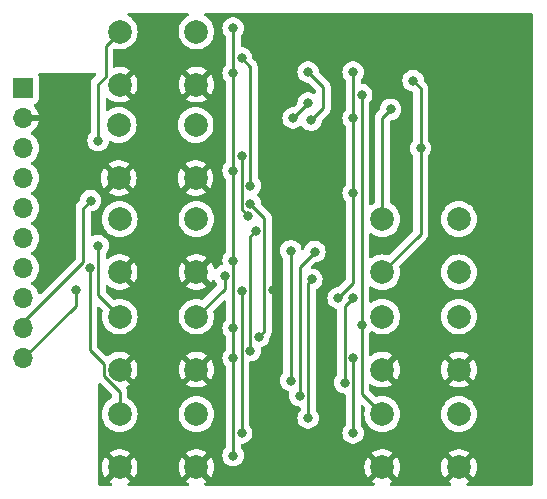
<source format=gbr>
%TF.GenerationSoftware,KiCad,Pcbnew,8.0.4*%
%TF.CreationDate,2024-08-03T23:58:15+10:00*%
%TF.ProjectId,micromod-reset,6d696372-6f6d-46f6-942d-72657365742e,rev?*%
%TF.SameCoordinates,Original*%
%TF.FileFunction,Copper,L2,Bot*%
%TF.FilePolarity,Positive*%
%FSLAX46Y46*%
G04 Gerber Fmt 4.6, Leading zero omitted, Abs format (unit mm)*
G04 Created by KiCad (PCBNEW 8.0.4) date 2024-08-03 23:58:15*
%MOMM*%
%LPD*%
G01*
G04 APERTURE LIST*
%TA.AperFunction,ComponentPad*%
%ADD10C,2.000000*%
%TD*%
%TA.AperFunction,ComponentPad*%
%ADD11R,1.700000X1.700000*%
%TD*%
%TA.AperFunction,ComponentPad*%
%ADD12O,1.700000X1.700000*%
%TD*%
%TA.AperFunction,ViaPad*%
%ADD13C,0.800000*%
%TD*%
%TA.AperFunction,Conductor*%
%ADD14C,0.250000*%
%TD*%
G04 APERTURE END LIST*
D10*
%TO.P,SW1,1,1*%
%TO.N,+3V3*%
X139625000Y-66965000D03*
X146125000Y-66965000D03*
%TO.P,SW1,2,2*%
%TO.N,Net-(D1-A)*%
X139625000Y-71465000D03*
X146125000Y-71465000D03*
%TD*%
%TO.P,SW3,1,1*%
%TO.N,nRESET*%
X139625000Y-83475000D03*
X146125000Y-83475000D03*
%TO.P,SW3,2,2*%
%TO.N,GND*%
X139625000Y-87975000D03*
X146125000Y-87975000D03*
%TD*%
%TO.P,SW4,1,1*%
%TO.N,k01*%
X117400000Y-51090000D03*
X123900000Y-51090000D03*
%TO.P,SW4,2,2*%
%TO.N,GND*%
X117400000Y-55590000D03*
X123900000Y-55590000D03*
%TD*%
%TO.P,SW5,1,1*%
%TO.N,k02*%
X117325000Y-59000000D03*
X123825000Y-59000000D03*
%TO.P,SW5,2,2*%
%TO.N,GND*%
X117325000Y-63500000D03*
X123825000Y-63500000D03*
%TD*%
D11*
%TO.P,J1,1,Pin_1*%
%TO.N,+3V3*%
X109220000Y-55880000D03*
D12*
%TO.P,J1,2,Pin_2*%
%TO.N,GND*%
X109220000Y-58420000D03*
%TO.P,J1,3,Pin_3*%
%TO.N,k01*%
X109220000Y-60960000D03*
%TO.P,J1,4,Pin_4*%
%TO.N,k02*%
X109220000Y-63500000D03*
%TO.P,J1,5,Pin_5*%
%TO.N,k03*%
X109220000Y-66040000D03*
%TO.P,J1,6,Pin_6*%
%TO.N,k04*%
X109220000Y-68580000D03*
%TO.P,J1,7,Pin_7*%
%TO.N,k05*%
X109220000Y-71120000D03*
%TO.P,J1,8,Pin_8*%
%TO.N,nRESET*%
X109220000Y-73660000D03*
%TO.P,J1,9,Pin_9*%
%TO.N,BOOT*%
X109220000Y-76200000D03*
%TO.P,J1,10,Pin_10*%
%TO.N,nBOOT*%
X109220000Y-78740000D03*
%TD*%
D10*
%TO.P,SW6,1,1*%
%TO.N,k03*%
X117400000Y-66965000D03*
X123900000Y-66965000D03*
%TO.P,SW6,2,2*%
%TO.N,GND*%
X117400000Y-71465000D03*
X123900000Y-71465000D03*
%TD*%
%TO.P,SW2,1,1*%
%TO.N,nBOOT*%
X139625000Y-75220000D03*
X146125000Y-75220000D03*
%TO.P,SW2,2,2*%
%TO.N,GND*%
X139625000Y-79720000D03*
X146125000Y-79720000D03*
%TD*%
%TO.P,SW8,1,1*%
%TO.N,k05*%
X117400000Y-83475000D03*
X123900000Y-83475000D03*
%TO.P,SW8,2,2*%
%TO.N,GND*%
X117400000Y-87975000D03*
X123900000Y-87975000D03*
%TD*%
%TO.P,SW7,1,1*%
%TO.N,k04*%
X117400000Y-75220000D03*
X123900000Y-75220000D03*
%TO.P,SW7,2,2*%
%TO.N,GND*%
X117400000Y-79720000D03*
X123900000Y-79720000D03*
%TD*%
D13*
%TO.N,GND*%
X130355000Y-72935000D03*
%TO.N,Net-(D1-A)*%
X142875000Y-60960000D03*
X137115000Y-73615000D03*
X142240000Y-55245000D03*
X136435000Y-80822932D03*
%TO.N,k04*%
X115570000Y-69215000D03*
X126275000Y-71755000D03*
%TO.N,nRESET*%
X137885000Y-56425000D03*
X137885000Y-75945000D03*
%TO.N,k01*%
X127725000Y-53340000D03*
X128450000Y-64135000D03*
X115570000Y-60325000D03*
%TO.N,+3V3*%
X127000000Y-54610000D03*
X140335000Y-57685000D03*
X127000000Y-78740000D03*
X127000000Y-76200000D03*
X127000000Y-70485000D03*
X127000000Y-86995000D03*
X127000000Y-50800000D03*
X127000000Y-62865000D03*
%TO.N,k02*%
X127725000Y-61595000D03*
X128270000Y-66675000D03*
%TO.N,BOOT*%
X114935000Y-65405000D03*
%TO.N,k05*%
X114845000Y-71120000D03*
X127725000Y-85090000D03*
X127725000Y-73025000D03*
%TO.N,nBOOT*%
X137160000Y-58420000D03*
X135890000Y-73660000D03*
X113665000Y-72935000D03*
X137160000Y-64770000D03*
X137160000Y-54530000D03*
%TO.N,Net-(R2-Pad1)*%
X133350000Y-57150000D03*
X132080000Y-58420000D03*
%TO.N,/~{k13}*%
X131884847Y-69654847D03*
X131900000Y-80645000D03*
%TO.N,/~{k07}*%
X128905000Y-67945000D03*
X128450000Y-78105000D03*
%TO.N,/~{k03}*%
X128450000Y-65662345D03*
X129175000Y-76925000D03*
%TO.N,/~{k17}*%
X132625000Y-81915000D03*
X133916684Y-69732605D03*
%TO.N,/~{k23}*%
X133660153Y-72065154D03*
X133350000Y-83820000D03*
%TO.N,Net-(U2-Pad12)*%
X133615057Y-58593025D03*
X133350000Y-54520000D03*
%TO.N,~{k13}&&~{k17}&&~{k23}*%
X137160000Y-78740000D03*
X137160000Y-85090000D03*
%TD*%
D14*
%TO.N,Net-(D1-A)*%
X142240000Y-55245000D02*
X142875000Y-55880000D01*
X142875000Y-55880000D02*
X142875000Y-60960000D01*
X142875000Y-60960000D02*
X142875000Y-68215000D01*
X136435000Y-74295000D02*
X136435000Y-80822932D01*
X142875000Y-68215000D02*
X139625000Y-71465000D01*
X137115000Y-73615000D02*
X136435000Y-74295000D01*
%TO.N,k04*%
X115570000Y-73390000D02*
X117400000Y-75220000D01*
X126275000Y-72845000D02*
X126275000Y-71755000D01*
X115570000Y-69215000D02*
X115570000Y-73390000D01*
X123900000Y-75220000D02*
X126275000Y-72845000D01*
%TO.N,nRESET*%
X137885000Y-56425000D02*
X137885000Y-81735000D01*
X137885000Y-81735000D02*
X139625000Y-83475000D01*
%TO.N,k01*%
X116205000Y-52285000D02*
X117400000Y-51090000D01*
X128450000Y-54065000D02*
X128450000Y-64135000D01*
X116205000Y-54911167D02*
X116205000Y-52285000D01*
X115570000Y-55546167D02*
X116205000Y-54911167D01*
X115570000Y-60325000D02*
X115570000Y-55546167D01*
X127725000Y-53340000D02*
X128450000Y-54065000D01*
%TO.N,+3V3*%
X127000000Y-70485000D02*
X127000000Y-76200000D01*
X127000000Y-50800000D02*
X127000000Y-54610000D01*
X127000000Y-62865000D02*
X127000000Y-70485000D01*
X139625000Y-58395000D02*
X140335000Y-57685000D01*
X127000000Y-54610000D02*
X127000000Y-62865000D01*
X127000000Y-78740000D02*
X127000000Y-86995000D01*
X139625000Y-66965000D02*
X139625000Y-58395000D01*
X127000000Y-76200000D02*
X127000000Y-78740000D01*
%TO.N,k02*%
X127725000Y-61595000D02*
X127725000Y-66130000D01*
X127725000Y-66130000D02*
X128270000Y-66675000D01*
%TO.N,BOOT*%
X114300000Y-66040000D02*
X114300000Y-70639695D01*
X109220000Y-75719695D02*
X109220000Y-76200000D01*
X114935000Y-65405000D02*
X114300000Y-66040000D01*
X114300000Y-70639695D02*
X109220000Y-75719695D01*
%TO.N,k05*%
X114845000Y-71120000D02*
X114845000Y-78015000D01*
X127725000Y-85090000D02*
X127725000Y-73025000D01*
X116075000Y-80268833D02*
X117400000Y-81593833D01*
X116075000Y-79245000D02*
X116075000Y-80268833D01*
X117400000Y-81593833D02*
X117400000Y-83475000D01*
X114845000Y-78015000D02*
X116075000Y-79245000D01*
%TO.N,nBOOT*%
X137160000Y-58420000D02*
X137160000Y-64770000D01*
X137160000Y-72390000D02*
X137160000Y-64770000D01*
X113665000Y-74295000D02*
X113665000Y-72935000D01*
X109220000Y-78740000D02*
X113665000Y-74295000D01*
X137160000Y-54530000D02*
X137160000Y-58420000D01*
X135890000Y-73660000D02*
X137160000Y-72390000D01*
%TO.N,Net-(R2-Pad1)*%
X132080000Y-58420000D02*
X133350000Y-57150000D01*
%TO.N,/~{k13}*%
X131884847Y-80629847D02*
X131884847Y-69654847D01*
X131900000Y-80645000D02*
X131884847Y-80629847D01*
%TO.N,/~{k07}*%
X128450000Y-68400000D02*
X128450000Y-78105000D01*
X128905000Y-67945000D02*
X128450000Y-68400000D01*
%TO.N,/~{k03}*%
X129630000Y-66842345D02*
X128450000Y-65662345D01*
X129630000Y-76470000D02*
X129630000Y-66842345D01*
X129175000Y-76925000D02*
X129630000Y-76470000D01*
%TO.N,/~{k17}*%
X132625000Y-81915000D02*
X132625000Y-71024289D01*
X132625000Y-71024289D02*
X133916684Y-69732605D01*
%TO.N,/~{k23}*%
X133350000Y-83820000D02*
X133350000Y-72375307D01*
X133350000Y-72375307D02*
X133660153Y-72065154D01*
%TO.N,Net-(U2-Pad12)*%
X133615057Y-58593025D02*
X134620000Y-57588082D01*
X134620000Y-55790000D02*
X133350000Y-54520000D01*
X134620000Y-57588082D02*
X134620000Y-55790000D01*
%TO.N,~{k13}&&~{k17}&&~{k23}*%
X137160000Y-85090000D02*
X137160000Y-78740000D01*
%TD*%
%TA.AperFunction,Conductor*%
%TO.N,GND*%
G36*
X123185966Y-49549685D02*
G01*
X123231721Y-49602489D01*
X123241665Y-49671647D01*
X123212640Y-49735203D01*
X123183717Y-49759727D01*
X123010589Y-49865820D01*
X123010586Y-49865821D01*
X122830031Y-50020031D01*
X122675821Y-50200586D01*
X122675820Y-50200589D01*
X122551759Y-50403037D01*
X122551757Y-50403040D01*
X122460895Y-50622402D01*
X122460895Y-50622404D01*
X122405465Y-50853285D01*
X122386835Y-51090000D01*
X122405465Y-51326714D01*
X122460895Y-51557595D01*
X122460895Y-51557597D01*
X122551757Y-51776959D01*
X122551759Y-51776962D01*
X122675820Y-51979410D01*
X122675821Y-51979413D01*
X122675824Y-51979416D01*
X122830031Y-52159969D01*
X122969797Y-52279340D01*
X123010586Y-52314178D01*
X123010589Y-52314179D01*
X123213037Y-52438240D01*
X123213040Y-52438242D01*
X123432403Y-52529104D01*
X123432404Y-52529104D01*
X123432406Y-52529105D01*
X123663289Y-52584535D01*
X123900000Y-52603165D01*
X124136711Y-52584535D01*
X124367594Y-52529105D01*
X124367596Y-52529104D01*
X124367597Y-52529104D01*
X124586959Y-52438242D01*
X124586960Y-52438241D01*
X124586963Y-52438240D01*
X124789416Y-52314176D01*
X124969969Y-52159969D01*
X125124176Y-51979416D01*
X125248240Y-51776963D01*
X125266212Y-51733576D01*
X125339104Y-51557597D01*
X125339104Y-51557596D01*
X125339105Y-51557594D01*
X125394535Y-51326711D01*
X125413165Y-51090000D01*
X125394535Y-50853289D01*
X125339105Y-50622406D01*
X125339104Y-50622403D01*
X125339104Y-50622402D01*
X125248242Y-50403040D01*
X125248240Y-50403037D01*
X125124179Y-50200589D01*
X125124178Y-50200586D01*
X125056319Y-50121134D01*
X124969969Y-50020031D01*
X124819479Y-49891500D01*
X124789413Y-49865821D01*
X124789410Y-49865820D01*
X124616283Y-49759727D01*
X124569408Y-49707915D01*
X124557985Y-49638986D01*
X124585642Y-49574823D01*
X124643598Y-49535798D01*
X124681073Y-49530000D01*
X152276000Y-49530000D01*
X152343039Y-49549685D01*
X152388794Y-49602489D01*
X152400000Y-49654000D01*
X152400000Y-89411000D01*
X152380315Y-89478039D01*
X152327511Y-89523794D01*
X152276000Y-89535000D01*
X146883647Y-89535000D01*
X146816608Y-89515315D01*
X146770853Y-89462511D01*
X146760909Y-89393353D01*
X146789934Y-89329797D01*
X146824630Y-89301945D01*
X146948228Y-89235057D01*
X146948231Y-89235055D01*
X146995056Y-89198609D01*
X146295234Y-88498787D01*
X146337292Y-88487518D01*
X146462708Y-88415110D01*
X146565110Y-88312708D01*
X146637518Y-88187292D01*
X146648787Y-88145235D01*
X147348434Y-88844882D01*
X147448731Y-88691369D01*
X147548587Y-88463717D01*
X147609612Y-88222738D01*
X147609614Y-88222729D01*
X147630141Y-87975005D01*
X147630141Y-87974994D01*
X147609614Y-87727270D01*
X147609612Y-87727261D01*
X147548587Y-87486282D01*
X147448731Y-87258630D01*
X147348434Y-87105116D01*
X146648787Y-87804764D01*
X146637518Y-87762708D01*
X146565110Y-87637292D01*
X146462708Y-87534890D01*
X146337292Y-87462482D01*
X146295235Y-87451212D01*
X146995057Y-86751390D01*
X146995056Y-86751389D01*
X146948229Y-86714943D01*
X146729614Y-86596635D01*
X146729603Y-86596630D01*
X146494493Y-86515916D01*
X146249293Y-86475000D01*
X146000707Y-86475000D01*
X145755506Y-86515916D01*
X145520396Y-86596630D01*
X145520390Y-86596632D01*
X145301761Y-86714949D01*
X145254942Y-86751388D01*
X145254942Y-86751390D01*
X145954765Y-87451212D01*
X145912708Y-87462482D01*
X145787292Y-87534890D01*
X145684890Y-87637292D01*
X145612482Y-87762708D01*
X145601212Y-87804764D01*
X144901564Y-87105116D01*
X144801267Y-87258632D01*
X144701412Y-87486282D01*
X144640387Y-87727261D01*
X144640385Y-87727270D01*
X144619859Y-87974994D01*
X144619859Y-87975005D01*
X144640385Y-88222729D01*
X144640387Y-88222738D01*
X144701412Y-88463717D01*
X144801266Y-88691364D01*
X144901564Y-88844882D01*
X145601212Y-88145234D01*
X145612482Y-88187292D01*
X145684890Y-88312708D01*
X145787292Y-88415110D01*
X145912708Y-88487518D01*
X145954765Y-88498787D01*
X145254942Y-89198609D01*
X145301768Y-89235055D01*
X145301770Y-89235056D01*
X145425370Y-89301945D01*
X145474961Y-89351164D01*
X145490069Y-89419381D01*
X145465899Y-89484937D01*
X145410123Y-89527018D01*
X145366353Y-89535000D01*
X140383647Y-89535000D01*
X140316608Y-89515315D01*
X140270853Y-89462511D01*
X140260909Y-89393353D01*
X140289934Y-89329797D01*
X140324630Y-89301945D01*
X140448228Y-89235057D01*
X140448231Y-89235055D01*
X140495056Y-89198609D01*
X139795234Y-88498787D01*
X139837292Y-88487518D01*
X139962708Y-88415110D01*
X140065110Y-88312708D01*
X140137518Y-88187292D01*
X140148787Y-88145235D01*
X140848434Y-88844882D01*
X140948731Y-88691369D01*
X141048587Y-88463717D01*
X141109612Y-88222738D01*
X141109614Y-88222729D01*
X141130141Y-87975005D01*
X141130141Y-87974994D01*
X141109614Y-87727270D01*
X141109612Y-87727261D01*
X141048587Y-87486282D01*
X140948731Y-87258630D01*
X140848434Y-87105116D01*
X140148787Y-87804764D01*
X140137518Y-87762708D01*
X140065110Y-87637292D01*
X139962708Y-87534890D01*
X139837292Y-87462482D01*
X139795235Y-87451212D01*
X140495057Y-86751390D01*
X140495056Y-86751389D01*
X140448229Y-86714943D01*
X140229614Y-86596635D01*
X140229603Y-86596630D01*
X139994493Y-86515916D01*
X139749293Y-86475000D01*
X139500707Y-86475000D01*
X139255506Y-86515916D01*
X139020396Y-86596630D01*
X139020390Y-86596632D01*
X138801761Y-86714949D01*
X138754942Y-86751388D01*
X138754942Y-86751390D01*
X139454765Y-87451212D01*
X139412708Y-87462482D01*
X139287292Y-87534890D01*
X139184890Y-87637292D01*
X139112482Y-87762708D01*
X139101212Y-87804764D01*
X138401564Y-87105116D01*
X138301267Y-87258632D01*
X138201412Y-87486282D01*
X138140387Y-87727261D01*
X138140385Y-87727270D01*
X138119859Y-87974994D01*
X138119859Y-87975005D01*
X138140385Y-88222729D01*
X138140387Y-88222738D01*
X138201412Y-88463717D01*
X138301266Y-88691364D01*
X138401564Y-88844882D01*
X139101212Y-88145234D01*
X139112482Y-88187292D01*
X139184890Y-88312708D01*
X139287292Y-88415110D01*
X139412708Y-88487518D01*
X139454765Y-88498787D01*
X138754942Y-89198609D01*
X138801768Y-89235055D01*
X138801770Y-89235056D01*
X138925370Y-89301945D01*
X138974961Y-89351164D01*
X138990069Y-89419381D01*
X138965899Y-89484937D01*
X138910123Y-89527018D01*
X138866353Y-89535000D01*
X124658647Y-89535000D01*
X124591608Y-89515315D01*
X124545853Y-89462511D01*
X124535909Y-89393353D01*
X124564934Y-89329797D01*
X124599630Y-89301945D01*
X124723228Y-89235057D01*
X124723231Y-89235055D01*
X124770056Y-89198609D01*
X124070234Y-88498787D01*
X124112292Y-88487518D01*
X124237708Y-88415110D01*
X124340110Y-88312708D01*
X124412518Y-88187292D01*
X124423787Y-88145234D01*
X125123434Y-88844882D01*
X125223731Y-88691369D01*
X125323587Y-88463717D01*
X125384612Y-88222738D01*
X125384614Y-88222729D01*
X125405141Y-87975005D01*
X125405141Y-87974994D01*
X125384614Y-87727270D01*
X125384612Y-87727261D01*
X125323587Y-87486282D01*
X125223731Y-87258630D01*
X125123434Y-87105116D01*
X124423787Y-87804764D01*
X124412518Y-87762708D01*
X124340110Y-87637292D01*
X124237708Y-87534890D01*
X124112292Y-87462482D01*
X124070235Y-87451212D01*
X124770057Y-86751390D01*
X124770056Y-86751389D01*
X124723229Y-86714943D01*
X124504614Y-86596635D01*
X124504603Y-86596630D01*
X124269493Y-86515916D01*
X124024293Y-86475000D01*
X123775707Y-86475000D01*
X123530506Y-86515916D01*
X123295396Y-86596630D01*
X123295390Y-86596632D01*
X123076761Y-86714949D01*
X123029942Y-86751388D01*
X123029942Y-86751390D01*
X123729765Y-87451212D01*
X123687708Y-87462482D01*
X123562292Y-87534890D01*
X123459890Y-87637292D01*
X123387482Y-87762708D01*
X123376212Y-87804764D01*
X122676564Y-87105116D01*
X122576267Y-87258632D01*
X122476412Y-87486282D01*
X122415387Y-87727261D01*
X122415385Y-87727270D01*
X122394859Y-87974994D01*
X122394859Y-87975005D01*
X122415385Y-88222729D01*
X122415387Y-88222738D01*
X122476412Y-88463717D01*
X122576266Y-88691364D01*
X122676564Y-88844882D01*
X123376212Y-88145234D01*
X123387482Y-88187292D01*
X123459890Y-88312708D01*
X123562292Y-88415110D01*
X123687708Y-88487518D01*
X123729765Y-88498787D01*
X123029942Y-89198609D01*
X123076768Y-89235055D01*
X123076770Y-89235056D01*
X123200370Y-89301945D01*
X123249961Y-89351164D01*
X123265069Y-89419381D01*
X123240899Y-89484937D01*
X123185123Y-89527018D01*
X123141353Y-89535000D01*
X118158647Y-89535000D01*
X118091608Y-89515315D01*
X118045853Y-89462511D01*
X118035909Y-89393353D01*
X118064934Y-89329797D01*
X118099630Y-89301945D01*
X118223228Y-89235057D01*
X118223231Y-89235055D01*
X118270056Y-89198609D01*
X117570234Y-88498787D01*
X117612292Y-88487518D01*
X117737708Y-88415110D01*
X117840110Y-88312708D01*
X117912518Y-88187292D01*
X117923787Y-88145234D01*
X118623434Y-88844882D01*
X118723731Y-88691369D01*
X118823587Y-88463717D01*
X118884612Y-88222738D01*
X118884614Y-88222729D01*
X118905141Y-87975005D01*
X118905141Y-87974994D01*
X118884614Y-87727270D01*
X118884612Y-87727261D01*
X118823587Y-87486282D01*
X118723731Y-87258630D01*
X118623434Y-87105116D01*
X117923787Y-87804764D01*
X117912518Y-87762708D01*
X117840110Y-87637292D01*
X117737708Y-87534890D01*
X117612292Y-87462482D01*
X117570235Y-87451212D01*
X118270057Y-86751390D01*
X118270056Y-86751389D01*
X118223229Y-86714943D01*
X118004614Y-86596635D01*
X118004603Y-86596630D01*
X117769493Y-86515916D01*
X117524293Y-86475000D01*
X117275707Y-86475000D01*
X117030506Y-86515916D01*
X116795396Y-86596630D01*
X116795390Y-86596632D01*
X116576761Y-86714949D01*
X116529942Y-86751388D01*
X116529942Y-86751390D01*
X117229765Y-87451212D01*
X117187708Y-87462482D01*
X117062292Y-87534890D01*
X116959890Y-87637292D01*
X116887482Y-87762708D01*
X116876212Y-87804764D01*
X116176564Y-87105116D01*
X116076267Y-87258632D01*
X115976412Y-87486282D01*
X115915387Y-87727261D01*
X115915385Y-87727270D01*
X115894859Y-87974994D01*
X115894859Y-87975005D01*
X115915385Y-88222729D01*
X115915387Y-88222738D01*
X115976412Y-88463717D01*
X116076266Y-88691364D01*
X116176564Y-88844882D01*
X116876212Y-88145234D01*
X116887482Y-88187292D01*
X116959890Y-88312708D01*
X117062292Y-88415110D01*
X117187708Y-88487518D01*
X117229765Y-88498787D01*
X116529942Y-89198609D01*
X116576768Y-89235055D01*
X116576770Y-89235056D01*
X116700370Y-89301945D01*
X116749961Y-89351164D01*
X116765069Y-89419381D01*
X116740899Y-89484937D01*
X116685123Y-89527018D01*
X116641353Y-89535000D01*
X115694000Y-89535000D01*
X115626961Y-89515315D01*
X115581206Y-89462511D01*
X115570000Y-89411000D01*
X115570000Y-80959099D01*
X115589685Y-80892060D01*
X115642489Y-80846305D01*
X115711647Y-80836361D01*
X115775203Y-80865386D01*
X115781681Y-80871418D01*
X116730181Y-81819918D01*
X116763666Y-81881241D01*
X116766500Y-81907599D01*
X116766500Y-82024554D01*
X116746815Y-82091593D01*
X116707290Y-82130281D01*
X116510589Y-82250820D01*
X116510586Y-82250821D01*
X116330031Y-82405031D01*
X116175821Y-82585586D01*
X116175820Y-82585589D01*
X116051759Y-82788037D01*
X116051757Y-82788040D01*
X115960895Y-83007402D01*
X115960895Y-83007404D01*
X115905465Y-83238285D01*
X115886835Y-83475000D01*
X115905465Y-83711714D01*
X115960895Y-83942595D01*
X115960895Y-83942597D01*
X116051757Y-84161959D01*
X116051759Y-84161962D01*
X116175820Y-84364410D01*
X116175821Y-84364413D01*
X116175824Y-84364416D01*
X116330031Y-84544969D01*
X116469797Y-84664340D01*
X116510586Y-84699178D01*
X116510589Y-84699179D01*
X116713037Y-84823240D01*
X116713040Y-84823242D01*
X116932403Y-84914104D01*
X116932404Y-84914104D01*
X116932406Y-84914105D01*
X117163289Y-84969535D01*
X117400000Y-84988165D01*
X117636711Y-84969535D01*
X117867594Y-84914105D01*
X117867596Y-84914104D01*
X117867597Y-84914104D01*
X118086959Y-84823242D01*
X118086960Y-84823241D01*
X118086963Y-84823240D01*
X118289416Y-84699176D01*
X118469969Y-84544969D01*
X118624176Y-84364416D01*
X118748240Y-84161963D01*
X118811214Y-84009931D01*
X118839104Y-83942597D01*
X118839104Y-83942596D01*
X118839105Y-83942594D01*
X118894535Y-83711711D01*
X118913165Y-83475000D01*
X122386835Y-83475000D01*
X122405465Y-83711714D01*
X122460895Y-83942595D01*
X122460895Y-83942597D01*
X122551757Y-84161959D01*
X122551759Y-84161962D01*
X122675820Y-84364410D01*
X122675821Y-84364413D01*
X122675824Y-84364416D01*
X122830031Y-84544969D01*
X122969797Y-84664340D01*
X123010586Y-84699178D01*
X123010589Y-84699179D01*
X123213037Y-84823240D01*
X123213040Y-84823242D01*
X123432403Y-84914104D01*
X123432404Y-84914104D01*
X123432406Y-84914105D01*
X123663289Y-84969535D01*
X123900000Y-84988165D01*
X124136711Y-84969535D01*
X124367594Y-84914105D01*
X124367596Y-84914104D01*
X124367597Y-84914104D01*
X124586959Y-84823242D01*
X124586960Y-84823241D01*
X124586963Y-84823240D01*
X124789416Y-84699176D01*
X124969969Y-84544969D01*
X125124176Y-84364416D01*
X125248240Y-84161963D01*
X125311214Y-84009931D01*
X125339104Y-83942597D01*
X125339104Y-83942596D01*
X125339105Y-83942594D01*
X125394535Y-83711711D01*
X125413165Y-83475000D01*
X125394535Y-83238289D01*
X125339105Y-83007406D01*
X125339104Y-83007403D01*
X125339104Y-83007402D01*
X125248242Y-82788040D01*
X125248240Y-82788037D01*
X125124179Y-82585589D01*
X125124178Y-82585586D01*
X125089340Y-82544797D01*
X124969969Y-82405031D01*
X124831245Y-82286549D01*
X124789413Y-82250821D01*
X124789410Y-82250820D01*
X124586962Y-82126759D01*
X124586959Y-82126757D01*
X124367596Y-82035895D01*
X124136714Y-81980465D01*
X123900000Y-81961835D01*
X123663285Y-81980465D01*
X123432404Y-82035895D01*
X123432402Y-82035895D01*
X123213040Y-82126757D01*
X123213037Y-82126759D01*
X123010589Y-82250820D01*
X123010586Y-82250821D01*
X122830031Y-82405031D01*
X122675821Y-82585586D01*
X122675820Y-82585589D01*
X122551759Y-82788037D01*
X122551757Y-82788040D01*
X122460895Y-83007402D01*
X122460895Y-83007404D01*
X122405465Y-83238285D01*
X122386835Y-83475000D01*
X118913165Y-83475000D01*
X118894535Y-83238289D01*
X118839105Y-83007406D01*
X118839104Y-83007403D01*
X118839104Y-83007402D01*
X118748242Y-82788040D01*
X118748240Y-82788037D01*
X118624179Y-82585589D01*
X118624178Y-82585586D01*
X118589340Y-82544797D01*
X118469969Y-82405031D01*
X118331245Y-82286549D01*
X118289413Y-82250821D01*
X118289410Y-82250820D01*
X118092710Y-82130281D01*
X118045835Y-82078469D01*
X118033500Y-82024554D01*
X118033500Y-81531438D01*
X118033499Y-81531434D01*
X118029990Y-81513792D01*
X118009155Y-81409048D01*
X117961400Y-81293758D01*
X117961399Y-81293757D01*
X117961395Y-81293749D01*
X117952427Y-81280328D01*
X117931548Y-81213651D01*
X117950032Y-81146271D01*
X118000275Y-81101137D01*
X118000098Y-81100809D01*
X118001465Y-81100068D01*
X118002010Y-81099580D01*
X118004351Y-81098506D01*
X118223228Y-80980057D01*
X118223231Y-80980055D01*
X118270056Y-80943609D01*
X117570234Y-80243787D01*
X117612292Y-80232518D01*
X117737708Y-80160110D01*
X117840110Y-80057708D01*
X117912518Y-79932292D01*
X117923787Y-79890234D01*
X118623434Y-80589882D01*
X118723731Y-80436369D01*
X118823587Y-80208717D01*
X118884612Y-79967738D01*
X118884614Y-79967729D01*
X118905141Y-79720005D01*
X118905141Y-79719994D01*
X122394859Y-79719994D01*
X122394859Y-79720005D01*
X122415385Y-79967729D01*
X122415387Y-79967738D01*
X122476412Y-80208717D01*
X122576266Y-80436364D01*
X122676564Y-80589882D01*
X123376212Y-79890234D01*
X123387482Y-79932292D01*
X123459890Y-80057708D01*
X123562292Y-80160110D01*
X123687708Y-80232518D01*
X123729765Y-80243787D01*
X123029942Y-80943609D01*
X123076768Y-80980055D01*
X123076770Y-80980056D01*
X123295385Y-81098364D01*
X123295396Y-81098369D01*
X123530506Y-81179083D01*
X123775707Y-81220000D01*
X124024293Y-81220000D01*
X124269493Y-81179083D01*
X124504603Y-81098369D01*
X124504614Y-81098364D01*
X124723228Y-80980057D01*
X124723231Y-80980055D01*
X124770056Y-80943609D01*
X124070234Y-80243787D01*
X124112292Y-80232518D01*
X124237708Y-80160110D01*
X124340110Y-80057708D01*
X124412518Y-79932292D01*
X124423787Y-79890234D01*
X125123434Y-80589882D01*
X125223731Y-80436369D01*
X125323587Y-80208717D01*
X125384612Y-79967738D01*
X125384614Y-79967729D01*
X125405141Y-79720005D01*
X125405141Y-79719994D01*
X125384614Y-79472270D01*
X125384612Y-79472261D01*
X125323587Y-79231282D01*
X125223731Y-79003630D01*
X125123434Y-78850116D01*
X124423787Y-79549764D01*
X124412518Y-79507708D01*
X124340110Y-79382292D01*
X124237708Y-79279890D01*
X124112292Y-79207482D01*
X124070235Y-79196212D01*
X124770057Y-78496390D01*
X124770056Y-78496389D01*
X124723229Y-78459943D01*
X124504614Y-78341635D01*
X124504603Y-78341630D01*
X124269493Y-78260916D01*
X124024293Y-78220000D01*
X123775707Y-78220000D01*
X123530506Y-78260916D01*
X123295396Y-78341630D01*
X123295390Y-78341632D01*
X123076761Y-78459949D01*
X123029942Y-78496388D01*
X123029942Y-78496390D01*
X123729765Y-79196212D01*
X123687708Y-79207482D01*
X123562292Y-79279890D01*
X123459890Y-79382292D01*
X123387482Y-79507708D01*
X123376212Y-79549764D01*
X122676564Y-78850116D01*
X122576267Y-79003632D01*
X122476412Y-79231282D01*
X122415387Y-79472261D01*
X122415385Y-79472270D01*
X122394859Y-79719994D01*
X118905141Y-79719994D01*
X118884614Y-79472270D01*
X118884612Y-79472261D01*
X118823587Y-79231282D01*
X118723731Y-79003630D01*
X118623434Y-78850116D01*
X117923787Y-79549764D01*
X117912518Y-79507708D01*
X117840110Y-79382292D01*
X117737708Y-79279890D01*
X117612292Y-79207482D01*
X117570234Y-79196212D01*
X118270057Y-78496389D01*
X118223229Y-78459943D01*
X118004614Y-78341635D01*
X118004603Y-78341630D01*
X117769493Y-78260916D01*
X117524293Y-78220000D01*
X117275707Y-78220000D01*
X117030506Y-78260916D01*
X116795396Y-78341630D01*
X116795385Y-78341635D01*
X116576771Y-78459942D01*
X116576768Y-78459944D01*
X116443359Y-78563782D01*
X116378365Y-78589425D01*
X116309825Y-78575859D01*
X116279515Y-78553610D01*
X115514819Y-77788914D01*
X115481334Y-77727591D01*
X115478500Y-77701233D01*
X115478500Y-74493766D01*
X115498185Y-74426727D01*
X115550989Y-74380972D01*
X115620147Y-74371028D01*
X115683703Y-74400053D01*
X115690181Y-74406085D01*
X115926428Y-74642332D01*
X115959913Y-74703655D01*
X115959321Y-74758960D01*
X115905465Y-74983285D01*
X115886835Y-75220000D01*
X115905465Y-75456714D01*
X115960895Y-75687595D01*
X115960895Y-75687597D01*
X116051757Y-75906959D01*
X116051759Y-75906962D01*
X116175820Y-76109410D01*
X116175821Y-76109413D01*
X116175824Y-76109416D01*
X116330031Y-76289969D01*
X116450481Y-76392843D01*
X116510586Y-76444178D01*
X116510588Y-76444178D01*
X116705766Y-76563784D01*
X116713037Y-76568240D01*
X116713040Y-76568242D01*
X116932403Y-76659104D01*
X116932404Y-76659104D01*
X116932406Y-76659105D01*
X117163289Y-76714535D01*
X117400000Y-76733165D01*
X117636711Y-76714535D01*
X117867594Y-76659105D01*
X117867596Y-76659104D01*
X117867597Y-76659104D01*
X118086959Y-76568242D01*
X118086960Y-76568241D01*
X118086963Y-76568240D01*
X118289416Y-76444176D01*
X118469969Y-76289969D01*
X118624176Y-76109416D01*
X118748240Y-75906963D01*
X118780764Y-75828444D01*
X118839104Y-75687597D01*
X118839104Y-75687596D01*
X118839105Y-75687594D01*
X118894535Y-75456711D01*
X118913165Y-75220000D01*
X122386835Y-75220000D01*
X122405465Y-75456714D01*
X122460895Y-75687595D01*
X122460895Y-75687597D01*
X122551757Y-75906959D01*
X122551759Y-75906962D01*
X122675820Y-76109410D01*
X122675821Y-76109413D01*
X122675824Y-76109416D01*
X122830031Y-76289969D01*
X122950481Y-76392843D01*
X123010586Y-76444178D01*
X123010588Y-76444178D01*
X123205766Y-76563784D01*
X123213037Y-76568240D01*
X123213040Y-76568242D01*
X123432403Y-76659104D01*
X123432404Y-76659104D01*
X123432406Y-76659105D01*
X123663289Y-76714535D01*
X123900000Y-76733165D01*
X124136711Y-76714535D01*
X124367594Y-76659105D01*
X124367596Y-76659104D01*
X124367597Y-76659104D01*
X124586959Y-76568242D01*
X124586960Y-76568241D01*
X124586963Y-76568240D01*
X124789416Y-76444176D01*
X124969969Y-76289969D01*
X125124176Y-76109416D01*
X125248240Y-75906963D01*
X125280764Y-75828444D01*
X125339104Y-75687597D01*
X125339104Y-75687596D01*
X125339105Y-75687594D01*
X125394535Y-75456711D01*
X125413165Y-75220000D01*
X125394535Y-74983289D01*
X125340678Y-74758958D01*
X125344169Y-74689177D01*
X125373569Y-74642333D01*
X126154820Y-73861083D01*
X126216142Y-73827599D01*
X126285834Y-73832583D01*
X126341767Y-73874455D01*
X126366184Y-73939919D01*
X126366500Y-73948765D01*
X126366500Y-75498241D01*
X126346815Y-75565280D01*
X126334650Y-75581213D01*
X126260963Y-75663050D01*
X126260958Y-75663057D01*
X126165473Y-75828443D01*
X126165470Y-75828450D01*
X126117648Y-75975632D01*
X126106458Y-76010072D01*
X126086496Y-76200000D01*
X126106458Y-76389928D01*
X126106459Y-76389931D01*
X126165470Y-76571549D01*
X126165473Y-76571556D01*
X126258777Y-76733164D01*
X126260960Y-76736944D01*
X126334649Y-76818784D01*
X126364880Y-76881775D01*
X126366500Y-76901756D01*
X126366500Y-78038241D01*
X126346815Y-78105280D01*
X126334650Y-78121213D01*
X126260963Y-78203050D01*
X126260958Y-78203057D01*
X126165473Y-78368443D01*
X126165470Y-78368450D01*
X126106459Y-78550068D01*
X126106458Y-78550072D01*
X126086496Y-78740000D01*
X126106458Y-78929928D01*
X126106459Y-78929931D01*
X126165470Y-79111549D01*
X126165473Y-79111556D01*
X126206499Y-79182616D01*
X126260960Y-79276944D01*
X126334649Y-79358784D01*
X126364880Y-79421775D01*
X126366500Y-79441756D01*
X126366500Y-86293241D01*
X126346815Y-86360280D01*
X126334650Y-86376213D01*
X126260963Y-86458050D01*
X126260958Y-86458057D01*
X126165473Y-86623443D01*
X126165470Y-86623450D01*
X126123900Y-86751390D01*
X126106458Y-86805072D01*
X126086496Y-86995000D01*
X126106458Y-87184928D01*
X126106459Y-87184931D01*
X126165470Y-87366549D01*
X126165473Y-87366556D01*
X126260960Y-87531944D01*
X126388747Y-87673866D01*
X126543248Y-87786118D01*
X126717712Y-87863794D01*
X126904513Y-87903500D01*
X127095487Y-87903500D01*
X127282288Y-87863794D01*
X127456752Y-87786118D01*
X127611253Y-87673866D01*
X127739040Y-87531944D01*
X127834527Y-87366556D01*
X127893542Y-87184928D01*
X127913504Y-86995000D01*
X127893542Y-86805072D01*
X127834527Y-86623444D01*
X127739040Y-86458056D01*
X127739036Y-86458050D01*
X127665350Y-86376213D01*
X127635120Y-86313221D01*
X127633500Y-86293241D01*
X127633500Y-86122500D01*
X127653185Y-86055461D01*
X127705989Y-86009706D01*
X127757500Y-85998500D01*
X127820487Y-85998500D01*
X128007288Y-85958794D01*
X128181752Y-85881118D01*
X128336253Y-85768866D01*
X128464040Y-85626944D01*
X128559527Y-85461556D01*
X128618542Y-85279928D01*
X128638504Y-85090000D01*
X128618542Y-84900072D01*
X128559527Y-84718444D01*
X128464040Y-84553056D01*
X128464036Y-84553050D01*
X128390350Y-84471213D01*
X128360120Y-84408221D01*
X128358500Y-84388241D01*
X128358500Y-79137500D01*
X128378185Y-79070461D01*
X128430989Y-79024706D01*
X128482500Y-79013500D01*
X128545487Y-79013500D01*
X128732288Y-78973794D01*
X128906752Y-78896118D01*
X129061253Y-78783866D01*
X129189040Y-78641944D01*
X129284527Y-78476556D01*
X129343542Y-78294928D01*
X129363504Y-78105000D01*
X129345229Y-77931128D01*
X129357798Y-77862402D01*
X129405530Y-77811378D01*
X129442770Y-77796880D01*
X129446961Y-77795989D01*
X129457288Y-77793794D01*
X129631752Y-77716118D01*
X129786253Y-77603866D01*
X129914040Y-77461944D01*
X130009527Y-77296556D01*
X130068542Y-77114928D01*
X130085981Y-76948999D01*
X130112564Y-76884388D01*
X130121620Y-76874283D01*
X130122071Y-76873833D01*
X130191400Y-76770075D01*
X130239155Y-76654785D01*
X130263500Y-76532394D01*
X130263500Y-76407606D01*
X130263500Y-69654847D01*
X130971343Y-69654847D01*
X130991305Y-69844775D01*
X130991306Y-69844778D01*
X131050317Y-70026396D01*
X131050320Y-70026403D01*
X131136683Y-70175989D01*
X131145807Y-70191791D01*
X131219496Y-70273631D01*
X131249727Y-70336622D01*
X131251347Y-70356603D01*
X131251347Y-79960071D01*
X131231662Y-80027110D01*
X131219501Y-80043038D01*
X131179319Y-80087665D01*
X131160957Y-80108059D01*
X131065473Y-80273443D01*
X131065470Y-80273450D01*
X131012535Y-80436369D01*
X131006458Y-80455072D01*
X130986496Y-80645000D01*
X131006458Y-80834928D01*
X131006459Y-80834931D01*
X131065470Y-81016549D01*
X131065473Y-81016556D01*
X131160960Y-81181944D01*
X131288747Y-81323866D01*
X131443248Y-81436118D01*
X131617712Y-81513794D01*
X131653619Y-81521426D01*
X131715097Y-81554616D01*
X131748875Y-81615778D01*
X131745767Y-81681032D01*
X131731460Y-81725065D01*
X131731458Y-81725070D01*
X131723171Y-81803921D01*
X131711496Y-81915000D01*
X131731458Y-82104928D01*
X131731459Y-82104931D01*
X131790470Y-82286549D01*
X131790473Y-82286556D01*
X131885960Y-82451944D01*
X132013747Y-82593866D01*
X132168248Y-82706118D01*
X132342712Y-82783794D01*
X132529513Y-82823500D01*
X132592500Y-82823500D01*
X132659539Y-82843185D01*
X132705294Y-82895989D01*
X132716500Y-82947500D01*
X132716500Y-83118241D01*
X132696815Y-83185280D01*
X132684650Y-83201213D01*
X132610963Y-83283050D01*
X132610958Y-83283057D01*
X132515473Y-83448443D01*
X132515470Y-83448450D01*
X132456459Y-83630068D01*
X132456458Y-83630072D01*
X132436496Y-83820000D01*
X132456458Y-84009928D01*
X132456459Y-84009931D01*
X132515470Y-84191549D01*
X132515473Y-84191556D01*
X132610960Y-84356944D01*
X132738747Y-84498866D01*
X132893248Y-84611118D01*
X133067712Y-84688794D01*
X133254513Y-84728500D01*
X133445487Y-84728500D01*
X133632288Y-84688794D01*
X133806752Y-84611118D01*
X133961253Y-84498866D01*
X134089040Y-84356944D01*
X134184527Y-84191556D01*
X134243542Y-84009928D01*
X134263504Y-83820000D01*
X134243542Y-83630072D01*
X134184527Y-83448444D01*
X134089040Y-83283056D01*
X134089036Y-83283050D01*
X134015350Y-83201213D01*
X133985120Y-83138221D01*
X133983500Y-83118241D01*
X133983500Y-73660000D01*
X134976496Y-73660000D01*
X134996458Y-73849928D01*
X134996459Y-73849931D01*
X135055470Y-74031549D01*
X135055473Y-74031556D01*
X135150960Y-74196944D01*
X135278747Y-74338866D01*
X135433248Y-74451118D01*
X135607712Y-74528794D01*
X135627674Y-74533037D01*
X135703281Y-74549108D01*
X135764763Y-74582300D01*
X135798539Y-74643463D01*
X135801500Y-74670398D01*
X135801500Y-80121173D01*
X135781815Y-80188212D01*
X135769650Y-80204145D01*
X135695963Y-80285982D01*
X135695958Y-80285989D01*
X135600473Y-80451375D01*
X135600470Y-80451382D01*
X135562284Y-80568908D01*
X135541458Y-80633004D01*
X135521496Y-80822932D01*
X135541458Y-81012860D01*
X135541459Y-81012863D01*
X135600470Y-81194481D01*
X135600473Y-81194488D01*
X135695960Y-81359876D01*
X135823747Y-81501798D01*
X135978248Y-81614050D01*
X136152712Y-81691726D01*
X136339513Y-81731432D01*
X136402500Y-81731432D01*
X136469539Y-81751117D01*
X136515294Y-81803921D01*
X136526500Y-81855432D01*
X136526500Y-84388241D01*
X136506815Y-84455280D01*
X136494650Y-84471213D01*
X136420963Y-84553050D01*
X136420958Y-84553057D01*
X136325473Y-84718443D01*
X136325470Y-84718450D01*
X136266459Y-84900068D01*
X136266458Y-84900072D01*
X136246496Y-85090000D01*
X136266458Y-85279928D01*
X136266459Y-85279931D01*
X136325470Y-85461549D01*
X136325473Y-85461556D01*
X136420960Y-85626944D01*
X136548747Y-85768866D01*
X136703248Y-85881118D01*
X136877712Y-85958794D01*
X137064513Y-85998500D01*
X137255487Y-85998500D01*
X137442288Y-85958794D01*
X137616752Y-85881118D01*
X137771253Y-85768866D01*
X137899040Y-85626944D01*
X137994527Y-85461556D01*
X138053542Y-85279928D01*
X138073504Y-85090000D01*
X138053542Y-84900072D01*
X137994527Y-84718444D01*
X137899040Y-84553056D01*
X137899036Y-84553050D01*
X137825350Y-84471213D01*
X137795120Y-84408221D01*
X137793500Y-84388241D01*
X137793500Y-82838766D01*
X137813185Y-82771727D01*
X137865989Y-82725972D01*
X137935147Y-82716028D01*
X137998703Y-82745053D01*
X138005181Y-82751085D01*
X138151428Y-82897332D01*
X138184913Y-82958655D01*
X138184321Y-83013960D01*
X138130465Y-83238285D01*
X138111835Y-83475000D01*
X138130465Y-83711714D01*
X138185895Y-83942595D01*
X138185895Y-83942597D01*
X138276757Y-84161959D01*
X138276759Y-84161962D01*
X138400820Y-84364410D01*
X138400821Y-84364413D01*
X138400824Y-84364416D01*
X138555031Y-84544969D01*
X138694797Y-84664340D01*
X138735586Y-84699178D01*
X138735589Y-84699179D01*
X138938037Y-84823240D01*
X138938040Y-84823242D01*
X139157403Y-84914104D01*
X139157404Y-84914104D01*
X139157406Y-84914105D01*
X139388289Y-84969535D01*
X139625000Y-84988165D01*
X139861711Y-84969535D01*
X140092594Y-84914105D01*
X140092596Y-84914104D01*
X140092597Y-84914104D01*
X140311959Y-84823242D01*
X140311960Y-84823241D01*
X140311963Y-84823240D01*
X140514416Y-84699176D01*
X140694969Y-84544969D01*
X140849176Y-84364416D01*
X140973240Y-84161963D01*
X141036214Y-84009931D01*
X141064104Y-83942597D01*
X141064104Y-83942596D01*
X141064105Y-83942594D01*
X141119535Y-83711711D01*
X141138165Y-83475000D01*
X144611835Y-83475000D01*
X144630465Y-83711714D01*
X144685895Y-83942595D01*
X144685895Y-83942597D01*
X144776757Y-84161959D01*
X144776759Y-84161962D01*
X144900820Y-84364410D01*
X144900821Y-84364413D01*
X144900824Y-84364416D01*
X145055031Y-84544969D01*
X145194797Y-84664340D01*
X145235586Y-84699178D01*
X145235589Y-84699179D01*
X145438037Y-84823240D01*
X145438040Y-84823242D01*
X145657403Y-84914104D01*
X145657404Y-84914104D01*
X145657406Y-84914105D01*
X145888289Y-84969535D01*
X146125000Y-84988165D01*
X146361711Y-84969535D01*
X146592594Y-84914105D01*
X146592596Y-84914104D01*
X146592597Y-84914104D01*
X146811959Y-84823242D01*
X146811960Y-84823241D01*
X146811963Y-84823240D01*
X147014416Y-84699176D01*
X147194969Y-84544969D01*
X147349176Y-84364416D01*
X147473240Y-84161963D01*
X147536214Y-84009931D01*
X147564104Y-83942597D01*
X147564104Y-83942596D01*
X147564105Y-83942594D01*
X147619535Y-83711711D01*
X147638165Y-83475000D01*
X147619535Y-83238289D01*
X147564105Y-83007406D01*
X147564104Y-83007403D01*
X147564104Y-83007402D01*
X147473242Y-82788040D01*
X147473240Y-82788037D01*
X147349179Y-82585589D01*
X147349178Y-82585586D01*
X147314340Y-82544797D01*
X147194969Y-82405031D01*
X147056245Y-82286549D01*
X147014413Y-82250821D01*
X147014410Y-82250820D01*
X146811962Y-82126759D01*
X146811959Y-82126757D01*
X146592596Y-82035895D01*
X146361714Y-81980465D01*
X146125000Y-81961835D01*
X145888285Y-81980465D01*
X145657404Y-82035895D01*
X145657402Y-82035895D01*
X145438040Y-82126757D01*
X145438037Y-82126759D01*
X145235589Y-82250820D01*
X145235586Y-82250821D01*
X145055031Y-82405031D01*
X144900821Y-82585586D01*
X144900820Y-82585589D01*
X144776759Y-82788037D01*
X144776757Y-82788040D01*
X144685895Y-83007402D01*
X144685895Y-83007404D01*
X144630465Y-83238285D01*
X144611835Y-83475000D01*
X141138165Y-83475000D01*
X141119535Y-83238289D01*
X141064105Y-83007406D01*
X141064104Y-83007403D01*
X141064104Y-83007402D01*
X140973242Y-82788040D01*
X140973240Y-82788037D01*
X140849179Y-82585589D01*
X140849178Y-82585586D01*
X140814340Y-82544797D01*
X140694969Y-82405031D01*
X140556245Y-82286549D01*
X140514413Y-82250821D01*
X140514410Y-82250820D01*
X140311962Y-82126759D01*
X140311959Y-82126757D01*
X140092596Y-82035895D01*
X139861714Y-81980465D01*
X139625000Y-81961835D01*
X139388285Y-81980465D01*
X139163960Y-82034321D01*
X139094177Y-82030830D01*
X139047332Y-82001428D01*
X138554819Y-81508914D01*
X138521334Y-81447591D01*
X138518500Y-81421233D01*
X138518500Y-81013224D01*
X138538185Y-80946185D01*
X138590989Y-80900430D01*
X138660147Y-80890486D01*
X138718663Y-80915371D01*
X138801768Y-80980055D01*
X138801771Y-80980057D01*
X139020385Y-81098364D01*
X139020396Y-81098369D01*
X139255506Y-81179083D01*
X139500707Y-81220000D01*
X139749293Y-81220000D01*
X139994493Y-81179083D01*
X140229603Y-81098369D01*
X140229614Y-81098364D01*
X140448228Y-80980057D01*
X140448231Y-80980055D01*
X140495056Y-80943609D01*
X139795234Y-80243787D01*
X139837292Y-80232518D01*
X139962708Y-80160110D01*
X140065110Y-80057708D01*
X140137518Y-79932292D01*
X140148787Y-79890235D01*
X140848434Y-80589882D01*
X140948731Y-80436369D01*
X141048587Y-80208717D01*
X141109612Y-79967738D01*
X141109614Y-79967729D01*
X141130141Y-79720005D01*
X141130141Y-79719994D01*
X144619859Y-79719994D01*
X144619859Y-79720005D01*
X144640385Y-79967729D01*
X144640387Y-79967738D01*
X144701412Y-80208717D01*
X144801266Y-80436364D01*
X144901564Y-80589882D01*
X145601212Y-79890234D01*
X145612482Y-79932292D01*
X145684890Y-80057708D01*
X145787292Y-80160110D01*
X145912708Y-80232518D01*
X145954765Y-80243787D01*
X145254942Y-80943609D01*
X145301768Y-80980055D01*
X145301770Y-80980056D01*
X145520385Y-81098364D01*
X145520396Y-81098369D01*
X145755506Y-81179083D01*
X146000707Y-81220000D01*
X146249293Y-81220000D01*
X146494493Y-81179083D01*
X146729603Y-81098369D01*
X146729614Y-81098364D01*
X146948228Y-80980057D01*
X146948231Y-80980055D01*
X146995056Y-80943609D01*
X146295234Y-80243787D01*
X146337292Y-80232518D01*
X146462708Y-80160110D01*
X146565110Y-80057708D01*
X146637518Y-79932292D01*
X146648787Y-79890235D01*
X147348434Y-80589882D01*
X147448731Y-80436369D01*
X147548587Y-80208717D01*
X147609612Y-79967738D01*
X147609614Y-79967729D01*
X147630141Y-79720005D01*
X147630141Y-79719994D01*
X147609614Y-79472270D01*
X147609612Y-79472261D01*
X147548587Y-79231282D01*
X147448731Y-79003630D01*
X147348434Y-78850116D01*
X146648787Y-79549764D01*
X146637518Y-79507708D01*
X146565110Y-79382292D01*
X146462708Y-79279890D01*
X146337292Y-79207482D01*
X146295235Y-79196212D01*
X146995057Y-78496390D01*
X146995056Y-78496389D01*
X146948229Y-78459943D01*
X146729614Y-78341635D01*
X146729603Y-78341630D01*
X146494493Y-78260916D01*
X146249293Y-78220000D01*
X146000707Y-78220000D01*
X145755506Y-78260916D01*
X145520396Y-78341630D01*
X145520390Y-78341632D01*
X145301761Y-78459949D01*
X145254942Y-78496388D01*
X145254942Y-78496390D01*
X145954765Y-79196212D01*
X145912708Y-79207482D01*
X145787292Y-79279890D01*
X145684890Y-79382292D01*
X145612482Y-79507708D01*
X145601212Y-79549764D01*
X144901564Y-78850116D01*
X144801267Y-79003632D01*
X144701412Y-79231282D01*
X144640387Y-79472261D01*
X144640385Y-79472270D01*
X144619859Y-79719994D01*
X141130141Y-79719994D01*
X141109614Y-79472270D01*
X141109612Y-79472261D01*
X141048587Y-79231282D01*
X140948731Y-79003630D01*
X140848434Y-78850116D01*
X140148787Y-79549764D01*
X140137518Y-79507708D01*
X140065110Y-79382292D01*
X139962708Y-79279890D01*
X139837292Y-79207482D01*
X139795234Y-79196212D01*
X140495057Y-78496389D01*
X140448229Y-78459943D01*
X140229614Y-78341635D01*
X140229603Y-78341630D01*
X139994493Y-78260916D01*
X139749293Y-78220000D01*
X139500707Y-78220000D01*
X139255506Y-78260916D01*
X139020396Y-78341630D01*
X139020385Y-78341635D01*
X138801771Y-78459942D01*
X138801769Y-78459943D01*
X138718662Y-78524629D01*
X138653668Y-78550271D01*
X138585128Y-78536704D01*
X138534803Y-78488236D01*
X138518500Y-78426775D01*
X138518500Y-76646756D01*
X138538185Y-76579717D01*
X138550344Y-76563790D01*
X138616610Y-76490194D01*
X138676096Y-76453547D01*
X138745953Y-76454878D01*
X138773548Y-76467440D01*
X138930766Y-76563784D01*
X138938037Y-76568240D01*
X138938040Y-76568242D01*
X139157403Y-76659104D01*
X139157404Y-76659104D01*
X139157406Y-76659105D01*
X139388289Y-76714535D01*
X139625000Y-76733165D01*
X139861711Y-76714535D01*
X140092594Y-76659105D01*
X140092596Y-76659104D01*
X140092597Y-76659104D01*
X140311959Y-76568242D01*
X140311960Y-76568241D01*
X140311963Y-76568240D01*
X140514416Y-76444176D01*
X140694969Y-76289969D01*
X140849176Y-76109416D01*
X140973240Y-75906963D01*
X141005764Y-75828444D01*
X141064104Y-75687597D01*
X141064104Y-75687596D01*
X141064105Y-75687594D01*
X141119535Y-75456711D01*
X141138165Y-75220000D01*
X144611835Y-75220000D01*
X144630465Y-75456714D01*
X144685895Y-75687595D01*
X144685895Y-75687597D01*
X144776757Y-75906959D01*
X144776759Y-75906962D01*
X144900820Y-76109410D01*
X144900821Y-76109413D01*
X144900824Y-76109416D01*
X145055031Y-76289969D01*
X145175481Y-76392843D01*
X145235586Y-76444178D01*
X145235588Y-76444178D01*
X145430766Y-76563784D01*
X145438037Y-76568240D01*
X145438040Y-76568242D01*
X145657403Y-76659104D01*
X145657404Y-76659104D01*
X145657406Y-76659105D01*
X145888289Y-76714535D01*
X146125000Y-76733165D01*
X146361711Y-76714535D01*
X146592594Y-76659105D01*
X146592596Y-76659104D01*
X146592597Y-76659104D01*
X146811959Y-76568242D01*
X146811960Y-76568241D01*
X146811963Y-76568240D01*
X147014416Y-76444176D01*
X147194969Y-76289969D01*
X147349176Y-76109416D01*
X147473240Y-75906963D01*
X147505764Y-75828444D01*
X147564104Y-75687597D01*
X147564104Y-75687596D01*
X147564105Y-75687594D01*
X147619535Y-75456711D01*
X147638165Y-75220000D01*
X147619535Y-74983289D01*
X147564105Y-74752406D01*
X147564104Y-74752403D01*
X147564104Y-74752402D01*
X147473242Y-74533040D01*
X147473240Y-74533037D01*
X147349179Y-74330589D01*
X147349178Y-74330586D01*
X147314340Y-74289797D01*
X147194969Y-74150031D01*
X147060420Y-74035115D01*
X147014413Y-73995821D01*
X147014410Y-73995820D01*
X146811962Y-73871759D01*
X146811959Y-73871757D01*
X146592596Y-73780895D01*
X146361714Y-73725465D01*
X146125000Y-73706835D01*
X145888285Y-73725465D01*
X145657404Y-73780895D01*
X145657402Y-73780895D01*
X145438040Y-73871757D01*
X145438037Y-73871759D01*
X145235589Y-73995820D01*
X145235586Y-73995821D01*
X145055031Y-74150031D01*
X144900821Y-74330586D01*
X144900820Y-74330589D01*
X144776759Y-74533037D01*
X144776757Y-74533040D01*
X144685895Y-74752402D01*
X144685895Y-74752404D01*
X144630465Y-74983285D01*
X144611835Y-75220000D01*
X141138165Y-75220000D01*
X141119535Y-74983289D01*
X141064105Y-74752406D01*
X141064104Y-74752403D01*
X141064104Y-74752402D01*
X140973242Y-74533040D01*
X140973240Y-74533037D01*
X140849179Y-74330589D01*
X140849178Y-74330586D01*
X140814340Y-74289797D01*
X140694969Y-74150031D01*
X140560420Y-74035115D01*
X140514413Y-73995821D01*
X140514410Y-73995820D01*
X140311962Y-73871759D01*
X140311959Y-73871757D01*
X140092596Y-73780895D01*
X139861714Y-73725465D01*
X139625000Y-73706835D01*
X139388285Y-73725465D01*
X139157404Y-73780895D01*
X139157402Y-73780895D01*
X138938040Y-73871757D01*
X138938037Y-73871759D01*
X138735589Y-73995820D01*
X138735588Y-73995820D01*
X138723029Y-74006547D01*
X138659267Y-74035115D01*
X138590181Y-74024676D01*
X138537707Y-73978544D01*
X138518500Y-73912254D01*
X138518500Y-72772745D01*
X138538185Y-72705706D01*
X138590989Y-72659951D01*
X138660147Y-72650007D01*
X138723030Y-72678454D01*
X138735584Y-72689176D01*
X138735586Y-72689177D01*
X138735587Y-72689178D01*
X138735589Y-72689179D01*
X138938037Y-72813240D01*
X138938040Y-72813242D01*
X139157403Y-72904104D01*
X139157404Y-72904104D01*
X139157406Y-72904105D01*
X139388289Y-72959535D01*
X139625000Y-72978165D01*
X139861711Y-72959535D01*
X140092594Y-72904105D01*
X140092596Y-72904104D01*
X140092597Y-72904104D01*
X140311959Y-72813242D01*
X140311960Y-72813241D01*
X140311963Y-72813240D01*
X140514416Y-72689176D01*
X140694969Y-72534969D01*
X140849176Y-72354416D01*
X140973240Y-72151963D01*
X140976588Y-72143882D01*
X141064104Y-71932597D01*
X141064104Y-71932596D01*
X141064105Y-71932594D01*
X141119535Y-71701711D01*
X141138165Y-71465000D01*
X144611835Y-71465000D01*
X144630465Y-71701714D01*
X144685895Y-71932595D01*
X144685895Y-71932597D01*
X144776757Y-72151959D01*
X144776759Y-72151962D01*
X144900820Y-72354410D01*
X144900821Y-72354413D01*
X144947578Y-72409158D01*
X145055031Y-72534969D01*
X145189723Y-72650007D01*
X145235586Y-72689178D01*
X145235589Y-72689179D01*
X145438037Y-72813240D01*
X145438040Y-72813242D01*
X145657403Y-72904104D01*
X145657404Y-72904104D01*
X145657406Y-72904105D01*
X145888289Y-72959535D01*
X146125000Y-72978165D01*
X146361711Y-72959535D01*
X146592594Y-72904105D01*
X146592596Y-72904104D01*
X146592597Y-72904104D01*
X146811959Y-72813242D01*
X146811960Y-72813241D01*
X146811963Y-72813240D01*
X147014416Y-72689176D01*
X147194969Y-72534969D01*
X147349176Y-72354416D01*
X147473240Y-72151963D01*
X147476588Y-72143882D01*
X147564104Y-71932597D01*
X147564104Y-71932596D01*
X147564105Y-71932594D01*
X147619535Y-71701711D01*
X147638165Y-71465000D01*
X147619535Y-71228289D01*
X147564105Y-70997406D01*
X147564104Y-70997403D01*
X147564104Y-70997402D01*
X147473242Y-70778040D01*
X147473240Y-70778037D01*
X147391064Y-70643939D01*
X147349178Y-70575588D01*
X147349178Y-70575586D01*
X147260031Y-70471209D01*
X147194969Y-70395031D01*
X147052827Y-70273630D01*
X147014413Y-70240821D01*
X147014410Y-70240820D01*
X146811962Y-70116759D01*
X146811959Y-70116757D01*
X146592596Y-70025895D01*
X146361714Y-69970465D01*
X146125000Y-69951835D01*
X145888285Y-69970465D01*
X145657404Y-70025895D01*
X145657402Y-70025895D01*
X145438040Y-70116757D01*
X145438037Y-70116759D01*
X145235589Y-70240820D01*
X145235586Y-70240821D01*
X145055031Y-70395031D01*
X144900821Y-70575586D01*
X144900820Y-70575589D01*
X144776759Y-70778037D01*
X144776757Y-70778040D01*
X144685895Y-70997402D01*
X144685895Y-70997404D01*
X144630465Y-71228285D01*
X144611835Y-71465000D01*
X141138165Y-71465000D01*
X141119535Y-71228289D01*
X141065678Y-71003958D01*
X141069169Y-70934177D01*
X141098569Y-70887333D01*
X143367071Y-68618833D01*
X143436400Y-68515075D01*
X143484155Y-68399785D01*
X143508500Y-68277394D01*
X143508500Y-68152606D01*
X143508500Y-66965000D01*
X144611835Y-66965000D01*
X144630465Y-67201714D01*
X144685895Y-67432595D01*
X144685895Y-67432597D01*
X144776757Y-67651959D01*
X144776759Y-67651962D01*
X144900820Y-67854410D01*
X144900821Y-67854413D01*
X144953076Y-67915596D01*
X145055031Y-68034969D01*
X145174945Y-68137385D01*
X145235586Y-68189178D01*
X145235588Y-68189178D01*
X145427038Y-68306500D01*
X145438037Y-68313240D01*
X145438040Y-68313242D01*
X145657403Y-68404104D01*
X145657404Y-68404104D01*
X145657406Y-68404105D01*
X145888289Y-68459535D01*
X146125000Y-68478165D01*
X146361711Y-68459535D01*
X146592594Y-68404105D01*
X146592596Y-68404104D01*
X146592597Y-68404104D01*
X146811959Y-68313242D01*
X146811960Y-68313241D01*
X146811963Y-68313240D01*
X147014416Y-68189176D01*
X147194969Y-68034969D01*
X147349176Y-67854416D01*
X147473240Y-67651963D01*
X147475537Y-67646419D01*
X147564104Y-67432597D01*
X147564104Y-67432596D01*
X147564105Y-67432594D01*
X147619535Y-67201711D01*
X147638165Y-66965000D01*
X147619535Y-66728289D01*
X147564105Y-66497406D01*
X147564104Y-66497403D01*
X147564104Y-66497402D01*
X147473242Y-66278040D01*
X147473240Y-66278037D01*
X147349179Y-66075589D01*
X147349178Y-66075586D01*
X147314340Y-66034797D01*
X147194969Y-65895031D01*
X147056245Y-65776549D01*
X147014413Y-65740821D01*
X147014410Y-65740820D01*
X146811962Y-65616759D01*
X146811959Y-65616757D01*
X146592596Y-65525895D01*
X146361714Y-65470465D01*
X146125000Y-65451835D01*
X145888285Y-65470465D01*
X145657404Y-65525895D01*
X145657402Y-65525895D01*
X145438040Y-65616757D01*
X145438037Y-65616759D01*
X145235589Y-65740820D01*
X145235586Y-65740821D01*
X145055031Y-65895031D01*
X144900821Y-66075586D01*
X144900820Y-66075589D01*
X144776759Y-66278037D01*
X144776757Y-66278040D01*
X144685895Y-66497402D01*
X144685895Y-66497404D01*
X144630465Y-66728285D01*
X144611835Y-66965000D01*
X143508500Y-66965000D01*
X143508500Y-61661756D01*
X143528185Y-61594717D01*
X143540346Y-61578788D01*
X143614040Y-61496944D01*
X143709527Y-61331556D01*
X143768542Y-61149928D01*
X143788504Y-60960000D01*
X143768542Y-60770072D01*
X143709527Y-60588444D01*
X143623306Y-60439105D01*
X143614041Y-60423057D01*
X143614036Y-60423050D01*
X143540350Y-60341213D01*
X143510120Y-60278221D01*
X143508500Y-60258241D01*
X143508500Y-55817605D01*
X143508499Y-55817601D01*
X143501406Y-55781942D01*
X143484155Y-55695215D01*
X143458750Y-55633882D01*
X143440574Y-55590001D01*
X143436404Y-55579932D01*
X143436403Y-55579931D01*
X143436401Y-55579925D01*
X143436397Y-55579919D01*
X143367072Y-55476166D01*
X143367069Y-55476163D01*
X143186620Y-55295715D01*
X143153135Y-55234392D01*
X143150982Y-55221012D01*
X143133542Y-55055072D01*
X143074527Y-54873444D01*
X142979040Y-54708056D01*
X142851253Y-54566134D01*
X142696752Y-54453882D01*
X142522288Y-54376206D01*
X142522286Y-54376205D01*
X142335487Y-54336500D01*
X142144513Y-54336500D01*
X141957714Y-54376205D01*
X141783246Y-54453883D01*
X141628745Y-54566135D01*
X141500959Y-54708057D01*
X141405473Y-54873443D01*
X141405470Y-54873450D01*
X141346459Y-55055068D01*
X141346458Y-55055072D01*
X141326496Y-55245000D01*
X141346458Y-55434928D01*
X141346459Y-55434931D01*
X141405470Y-55616549D01*
X141405473Y-55616556D01*
X141500960Y-55781944D01*
X141628747Y-55923866D01*
X141783248Y-56036118D01*
X141957712Y-56113794D01*
X142143281Y-56153238D01*
X142204763Y-56186430D01*
X142238539Y-56247593D01*
X142241500Y-56274528D01*
X142241500Y-60258241D01*
X142221815Y-60325280D01*
X142209650Y-60341213D01*
X142135963Y-60423050D01*
X142135958Y-60423057D01*
X142040473Y-60588443D01*
X142040470Y-60588450D01*
X141981459Y-60770068D01*
X141981458Y-60770072D01*
X141961496Y-60960000D01*
X141981458Y-61149928D01*
X141981459Y-61149931D01*
X142040470Y-61331549D01*
X142040473Y-61331556D01*
X142081499Y-61402616D01*
X142135960Y-61496944D01*
X142209649Y-61578784D01*
X142239880Y-61641775D01*
X142241500Y-61661756D01*
X142241500Y-67901233D01*
X142221815Y-67968272D01*
X142205181Y-67988914D01*
X140202666Y-69991428D01*
X140141343Y-70024913D01*
X140086038Y-70024321D01*
X139861713Y-69970465D01*
X139625000Y-69951835D01*
X139388285Y-69970465D01*
X139157404Y-70025895D01*
X139157402Y-70025895D01*
X138938040Y-70116757D01*
X138938037Y-70116759D01*
X138735589Y-70240820D01*
X138735588Y-70240820D01*
X138723029Y-70251547D01*
X138659267Y-70280115D01*
X138590181Y-70269676D01*
X138537707Y-70223544D01*
X138518500Y-70157254D01*
X138518500Y-68272745D01*
X138538185Y-68205706D01*
X138590989Y-68159951D01*
X138660147Y-68150007D01*
X138723030Y-68178454D01*
X138735584Y-68189176D01*
X138927038Y-68306500D01*
X138938037Y-68313240D01*
X138938040Y-68313242D01*
X139157403Y-68404104D01*
X139157404Y-68404104D01*
X139157406Y-68404105D01*
X139388289Y-68459535D01*
X139625000Y-68478165D01*
X139861711Y-68459535D01*
X140092594Y-68404105D01*
X140092596Y-68404104D01*
X140092597Y-68404104D01*
X140311959Y-68313242D01*
X140311960Y-68313241D01*
X140311963Y-68313240D01*
X140514416Y-68189176D01*
X140694969Y-68034969D01*
X140849176Y-67854416D01*
X140973240Y-67651963D01*
X140975537Y-67646419D01*
X141064104Y-67432597D01*
X141064104Y-67432596D01*
X141064105Y-67432594D01*
X141119535Y-67201711D01*
X141138165Y-66965000D01*
X141119535Y-66728289D01*
X141064105Y-66497406D01*
X141064104Y-66497403D01*
X141064104Y-66497402D01*
X140973242Y-66278040D01*
X140973240Y-66278037D01*
X140849179Y-66075589D01*
X140849178Y-66075586D01*
X140814340Y-66034797D01*
X140694969Y-65895031D01*
X140556245Y-65776549D01*
X140514413Y-65740821D01*
X140514410Y-65740820D01*
X140317710Y-65620281D01*
X140270835Y-65568469D01*
X140258500Y-65514554D01*
X140258500Y-58717500D01*
X140278185Y-58650461D01*
X140330989Y-58604706D01*
X140382500Y-58593500D01*
X140430487Y-58593500D01*
X140617288Y-58553794D01*
X140791752Y-58476118D01*
X140946253Y-58363866D01*
X141074040Y-58221944D01*
X141169527Y-58056556D01*
X141228542Y-57874928D01*
X141248504Y-57685000D01*
X141228542Y-57495072D01*
X141169527Y-57313444D01*
X141074040Y-57148056D01*
X140946253Y-57006134D01*
X140791752Y-56893882D01*
X140617288Y-56816206D01*
X140617286Y-56816205D01*
X140430487Y-56776500D01*
X140239513Y-56776500D01*
X140052714Y-56816205D01*
X139878246Y-56893883D01*
X139723745Y-57006135D01*
X139595959Y-57148057D01*
X139500473Y-57313443D01*
X139500470Y-57313450D01*
X139461599Y-57433084D01*
X139441458Y-57495072D01*
X139425124Y-57650480D01*
X139424019Y-57660995D01*
X139397434Y-57725609D01*
X139388380Y-57735714D01*
X139221167Y-57902929D01*
X139221166Y-57902929D01*
X139132931Y-57991163D01*
X139132928Y-57991167D01*
X139063603Y-58094918D01*
X139063598Y-58094927D01*
X139015845Y-58210214D01*
X139015843Y-58210222D01*
X138991500Y-58332601D01*
X138991500Y-65514554D01*
X138971815Y-65581593D01*
X138932290Y-65620281D01*
X138735589Y-65740820D01*
X138735588Y-65740820D01*
X138723029Y-65751547D01*
X138659267Y-65780115D01*
X138590181Y-65769676D01*
X138537707Y-65723544D01*
X138518500Y-65657254D01*
X138518500Y-57126756D01*
X138538185Y-57059717D01*
X138550346Y-57043788D01*
X138624040Y-56961944D01*
X138719527Y-56796556D01*
X138778542Y-56614928D01*
X138798504Y-56425000D01*
X138778542Y-56235072D01*
X138719527Y-56053444D01*
X138624040Y-55888056D01*
X138496253Y-55746134D01*
X138341752Y-55633882D01*
X138167288Y-55556206D01*
X138167286Y-55556205D01*
X137980487Y-55516500D01*
X137917500Y-55516500D01*
X137850461Y-55496815D01*
X137804706Y-55444011D01*
X137793500Y-55392500D01*
X137793500Y-55231756D01*
X137813185Y-55164717D01*
X137825346Y-55148788D01*
X137899040Y-55066944D01*
X137994527Y-54901556D01*
X138053542Y-54719928D01*
X138073504Y-54530000D01*
X138053542Y-54340072D01*
X137994527Y-54158444D01*
X137899040Y-53993056D01*
X137771253Y-53851134D01*
X137616752Y-53738882D01*
X137442288Y-53661206D01*
X137442286Y-53661205D01*
X137255487Y-53621500D01*
X137064513Y-53621500D01*
X136877714Y-53661205D01*
X136877712Y-53661206D01*
X136725709Y-53728882D01*
X136703246Y-53738883D01*
X136548745Y-53851135D01*
X136420959Y-53993057D01*
X136325473Y-54158443D01*
X136325470Y-54158450D01*
X136266459Y-54340068D01*
X136266458Y-54340072D01*
X136246496Y-54530000D01*
X136266458Y-54719928D01*
X136266459Y-54719931D01*
X136325470Y-54901549D01*
X136325473Y-54901556D01*
X136414105Y-55055072D01*
X136420960Y-55066944D01*
X136494649Y-55148784D01*
X136524880Y-55211775D01*
X136526500Y-55231756D01*
X136526500Y-57718241D01*
X136506815Y-57785280D01*
X136494650Y-57801213D01*
X136420963Y-57883050D01*
X136420958Y-57883057D01*
X136325473Y-58048443D01*
X136325470Y-58048450D01*
X136269099Y-58221944D01*
X136266458Y-58230072D01*
X136246496Y-58420000D01*
X136266458Y-58609928D01*
X136266459Y-58609931D01*
X136325470Y-58791549D01*
X136325473Y-58791556D01*
X136420958Y-58956942D01*
X136420960Y-58956944D01*
X136494649Y-59038784D01*
X136524880Y-59101775D01*
X136526500Y-59121756D01*
X136526500Y-64068241D01*
X136506815Y-64135280D01*
X136494650Y-64151213D01*
X136420963Y-64233050D01*
X136420958Y-64233057D01*
X136325473Y-64398443D01*
X136325470Y-64398450D01*
X136280711Y-64536205D01*
X136266458Y-64580072D01*
X136246496Y-64770000D01*
X136266458Y-64959928D01*
X136266459Y-64959931D01*
X136325470Y-65141549D01*
X136325473Y-65141556D01*
X136367917Y-65215072D01*
X136420960Y-65306944D01*
X136494649Y-65388784D01*
X136524880Y-65451775D01*
X136526500Y-65471756D01*
X136526500Y-72076234D01*
X136506815Y-72143273D01*
X136490181Y-72163915D01*
X135938915Y-72715181D01*
X135877592Y-72748666D01*
X135851234Y-72751500D01*
X135794513Y-72751500D01*
X135607714Y-72791205D01*
X135433246Y-72868883D01*
X135278745Y-72981135D01*
X135150959Y-73123057D01*
X135055473Y-73288443D01*
X135055470Y-73288450D01*
X135007648Y-73435632D01*
X134996458Y-73470072D01*
X134976496Y-73660000D01*
X133983500Y-73660000D01*
X133983500Y-72996194D01*
X134003185Y-72929155D01*
X134055989Y-72883400D01*
X134057066Y-72882914D01*
X134116901Y-72856274D01*
X134116901Y-72856273D01*
X134116905Y-72856272D01*
X134271406Y-72744020D01*
X134399193Y-72602098D01*
X134494680Y-72436710D01*
X134553695Y-72255082D01*
X134573657Y-72065154D01*
X134553695Y-71875226D01*
X134494680Y-71693598D01*
X134399193Y-71528210D01*
X134271406Y-71386288D01*
X134116905Y-71274036D01*
X133942441Y-71196360D01*
X133942439Y-71196359D01*
X133755640Y-71156654D01*
X133687900Y-71156654D01*
X133620861Y-71136969D01*
X133575106Y-71084165D01*
X133565162Y-71015007D01*
X133594187Y-70951451D01*
X133600219Y-70944973D01*
X133630193Y-70915000D01*
X133867769Y-70677424D01*
X133929092Y-70643939D01*
X133955450Y-70641105D01*
X134012171Y-70641105D01*
X134198972Y-70601399D01*
X134373436Y-70523723D01*
X134527937Y-70411471D01*
X134655724Y-70269549D01*
X134751211Y-70104161D01*
X134810226Y-69922533D01*
X134830188Y-69732605D01*
X134810226Y-69542677D01*
X134751211Y-69361049D01*
X134655724Y-69195661D01*
X134527937Y-69053739D01*
X134373436Y-68941487D01*
X134198972Y-68863811D01*
X134198970Y-68863810D01*
X134012171Y-68824105D01*
X133821197Y-68824105D01*
X133634398Y-68863810D01*
X133459930Y-68941488D01*
X133305429Y-69053740D01*
X133177643Y-69195662D01*
X133082157Y-69361048D01*
X133082155Y-69361052D01*
X133024657Y-69538013D01*
X132985219Y-69595688D01*
X132920860Y-69622886D01*
X132852014Y-69610971D01*
X132800538Y-69563727D01*
X132783406Y-69512658D01*
X132778389Y-69464919D01*
X132719374Y-69283291D01*
X132623887Y-69117903D01*
X132496100Y-68975981D01*
X132341599Y-68863729D01*
X132167135Y-68786053D01*
X132167133Y-68786052D01*
X131980334Y-68746347D01*
X131789360Y-68746347D01*
X131602561Y-68786052D01*
X131428093Y-68863730D01*
X131273592Y-68975982D01*
X131145806Y-69117904D01*
X131050320Y-69283290D01*
X131050317Y-69283297D01*
X131006785Y-69417276D01*
X130991305Y-69464919D01*
X130971343Y-69654847D01*
X130263500Y-69654847D01*
X130263500Y-66779951D01*
X130239155Y-66657560D01*
X130191400Y-66542270D01*
X130191399Y-66542269D01*
X130191396Y-66542263D01*
X130122072Y-66438513D01*
X130118087Y-66434528D01*
X130033833Y-66350274D01*
X129396620Y-65713061D01*
X129363135Y-65651738D01*
X129360983Y-65638360D01*
X129343542Y-65472417D01*
X129284527Y-65290789D01*
X129189040Y-65125401D01*
X129061253Y-64983479D01*
X129059601Y-64981644D01*
X129029371Y-64918652D01*
X129037996Y-64849317D01*
X129059601Y-64815700D01*
X129061251Y-64813867D01*
X129061253Y-64813866D01*
X129189040Y-64671944D01*
X129284527Y-64506556D01*
X129343542Y-64324928D01*
X129363504Y-64135000D01*
X129343542Y-63945072D01*
X129284527Y-63763444D01*
X129189040Y-63598056D01*
X129189036Y-63598050D01*
X129115350Y-63516213D01*
X129085120Y-63453221D01*
X129083500Y-63433241D01*
X129083500Y-58420000D01*
X131166496Y-58420000D01*
X131186458Y-58609928D01*
X131186459Y-58609931D01*
X131245470Y-58791549D01*
X131245473Y-58791556D01*
X131340960Y-58956944D01*
X131379728Y-59000000D01*
X131467321Y-59097283D01*
X131468747Y-59098866D01*
X131623248Y-59211118D01*
X131797712Y-59288794D01*
X131984513Y-59328500D01*
X132175487Y-59328500D01*
X132362288Y-59288794D01*
X132536752Y-59211118D01*
X132691253Y-59098866D01*
X132691254Y-59098864D01*
X132696510Y-59095046D01*
X132698135Y-59097283D01*
X132750099Y-59072293D01*
X132819441Y-59080860D01*
X132872157Y-59124736D01*
X132872195Y-59124709D01*
X132872301Y-59124856D01*
X132873144Y-59125557D01*
X132875150Y-59128776D01*
X132876015Y-59129967D01*
X132972131Y-59236714D01*
X133003804Y-59271891D01*
X133158305Y-59384143D01*
X133332769Y-59461819D01*
X133519570Y-59501525D01*
X133710544Y-59501525D01*
X133897345Y-59461819D01*
X134071809Y-59384143D01*
X134226310Y-59271891D01*
X134354097Y-59129969D01*
X134449584Y-58964581D01*
X134508599Y-58782953D01*
X134526038Y-58617022D01*
X134552621Y-58552412D01*
X134561667Y-58542317D01*
X135112071Y-57991915D01*
X135181400Y-57888157D01*
X135229155Y-57772867D01*
X135253500Y-57650476D01*
X135253500Y-57525688D01*
X135253500Y-55727606D01*
X135229155Y-55605215D01*
X135181400Y-55489925D01*
X135181399Y-55489924D01*
X135181396Y-55489918D01*
X135112072Y-55386168D01*
X135068165Y-55342261D01*
X135023833Y-55297929D01*
X134296620Y-54570716D01*
X134263135Y-54509393D01*
X134260983Y-54496015D01*
X134243542Y-54330072D01*
X134184527Y-54148444D01*
X134089040Y-53983056D01*
X133961253Y-53841134D01*
X133806752Y-53728882D01*
X133632288Y-53651206D01*
X133632286Y-53651205D01*
X133445487Y-53611500D01*
X133254513Y-53611500D01*
X133067714Y-53651205D01*
X132893246Y-53728883D01*
X132738745Y-53841135D01*
X132610959Y-53983057D01*
X132515473Y-54148443D01*
X132515470Y-54148450D01*
X132456500Y-54329943D01*
X132456458Y-54330072D01*
X132436496Y-54520000D01*
X132456458Y-54709928D01*
X132456459Y-54709931D01*
X132515470Y-54891549D01*
X132515473Y-54891556D01*
X132610960Y-55056944D01*
X132738747Y-55198866D01*
X132893248Y-55311118D01*
X133067712Y-55388794D01*
X133254513Y-55428500D01*
X133311234Y-55428500D01*
X133378273Y-55448185D01*
X133398915Y-55464819D01*
X133950181Y-56016085D01*
X133983666Y-56077408D01*
X133986500Y-56103766D01*
X133986500Y-56247968D01*
X133966815Y-56315007D01*
X133914011Y-56360762D01*
X133844853Y-56370706D01*
X133812065Y-56361248D01*
X133806753Y-56358883D01*
X133806752Y-56358882D01*
X133632288Y-56281206D01*
X133632286Y-56281205D01*
X133445487Y-56241500D01*
X133254513Y-56241500D01*
X133067714Y-56281205D01*
X132893246Y-56358883D01*
X132738745Y-56471135D01*
X132610959Y-56613057D01*
X132515473Y-56778443D01*
X132515470Y-56778450D01*
X132477964Y-56893883D01*
X132456458Y-56960072D01*
X132439019Y-57125997D01*
X132412434Y-57190611D01*
X132403379Y-57200716D01*
X132128915Y-57475181D01*
X132067592Y-57508666D01*
X132041234Y-57511500D01*
X131984513Y-57511500D01*
X131797714Y-57551205D01*
X131623246Y-57628883D01*
X131468745Y-57741135D01*
X131340959Y-57883057D01*
X131245473Y-58048443D01*
X131245470Y-58048450D01*
X131189099Y-58221944D01*
X131186458Y-58230072D01*
X131166496Y-58420000D01*
X129083500Y-58420000D01*
X129083500Y-54002605D01*
X129083499Y-54002601D01*
X129079611Y-53983056D01*
X129059155Y-53880215D01*
X129011400Y-53764925D01*
X129011399Y-53764924D01*
X129011396Y-53764918D01*
X128942072Y-53661168D01*
X128902404Y-53621500D01*
X128853833Y-53572929D01*
X128671620Y-53390716D01*
X128638135Y-53329393D01*
X128635983Y-53316015D01*
X128618542Y-53150072D01*
X128559527Y-52968444D01*
X128464040Y-52803056D01*
X128336253Y-52661134D01*
X128181752Y-52548882D01*
X128007288Y-52471206D01*
X128007286Y-52471205D01*
X127820487Y-52431500D01*
X127757500Y-52431500D01*
X127690461Y-52411815D01*
X127644706Y-52359011D01*
X127633500Y-52307500D01*
X127633500Y-51501756D01*
X127653185Y-51434717D01*
X127665346Y-51418788D01*
X127739040Y-51336944D01*
X127834527Y-51171556D01*
X127893542Y-50989928D01*
X127913504Y-50800000D01*
X127893542Y-50610072D01*
X127834527Y-50428444D01*
X127739040Y-50263056D01*
X127611253Y-50121134D01*
X127456752Y-50008882D01*
X127282288Y-49931206D01*
X127282286Y-49931205D01*
X127095487Y-49891500D01*
X126904513Y-49891500D01*
X126717714Y-49931205D01*
X126543246Y-50008883D01*
X126388745Y-50121135D01*
X126260959Y-50263057D01*
X126165473Y-50428443D01*
X126165470Y-50428450D01*
X126106459Y-50610068D01*
X126106458Y-50610072D01*
X126086496Y-50800000D01*
X126106458Y-50989928D01*
X126106459Y-50989931D01*
X126165470Y-51171549D01*
X126165473Y-51171556D01*
X126255053Y-51326714D01*
X126260960Y-51336944D01*
X126334649Y-51418784D01*
X126364880Y-51481775D01*
X126366500Y-51501756D01*
X126366500Y-53908241D01*
X126346815Y-53975280D01*
X126334650Y-53991213D01*
X126260963Y-54073050D01*
X126260958Y-54073057D01*
X126165473Y-54238443D01*
X126165470Y-54238450D01*
X126123900Y-54366390D01*
X126106458Y-54420072D01*
X126086496Y-54610000D01*
X126106458Y-54799928D01*
X126106459Y-54799931D01*
X126165470Y-54981549D01*
X126165473Y-54981556D01*
X126231519Y-55095952D01*
X126260960Y-55146944D01*
X126334649Y-55228784D01*
X126364880Y-55291775D01*
X126366500Y-55311756D01*
X126366500Y-62163241D01*
X126346815Y-62230280D01*
X126334650Y-62246213D01*
X126260963Y-62328050D01*
X126260958Y-62328057D01*
X126165473Y-62493443D01*
X126165470Y-62493450D01*
X126110467Y-62662734D01*
X126106458Y-62675072D01*
X126086496Y-62865000D01*
X126106458Y-63054928D01*
X126106459Y-63054931D01*
X126165470Y-63236549D01*
X126165473Y-63236556D01*
X126188033Y-63275632D01*
X126260960Y-63401944D01*
X126334649Y-63483784D01*
X126364880Y-63546775D01*
X126366500Y-63566756D01*
X126366500Y-69783241D01*
X126346815Y-69850280D01*
X126334650Y-69866213D01*
X126260963Y-69948050D01*
X126260958Y-69948057D01*
X126165473Y-70113443D01*
X126165470Y-70113450D01*
X126110467Y-70282734D01*
X126106458Y-70295072D01*
X126086496Y-70485000D01*
X126106458Y-70674929D01*
X126120767Y-70718967D01*
X126122761Y-70788808D01*
X126086679Y-70848640D01*
X126028619Y-70878573D01*
X125992712Y-70886206D01*
X125818244Y-70963884D01*
X125663745Y-71076135D01*
X125573351Y-71176529D01*
X125513864Y-71213178D01*
X125444007Y-71211847D01*
X125385959Y-71172961D01*
X125360995Y-71123997D01*
X125323588Y-70976283D01*
X125223731Y-70748630D01*
X125123434Y-70595116D01*
X124423787Y-71294764D01*
X124412518Y-71252708D01*
X124340110Y-71127292D01*
X124237708Y-71024890D01*
X124112292Y-70952482D01*
X124070235Y-70941212D01*
X124770057Y-70241390D01*
X124770056Y-70241389D01*
X124723229Y-70204943D01*
X124504614Y-70086635D01*
X124504603Y-70086630D01*
X124269493Y-70005916D01*
X124024293Y-69965000D01*
X123775707Y-69965000D01*
X123530506Y-70005916D01*
X123295396Y-70086630D01*
X123295390Y-70086632D01*
X123076761Y-70204949D01*
X123029942Y-70241388D01*
X123029942Y-70241390D01*
X123729765Y-70941212D01*
X123687708Y-70952482D01*
X123562292Y-71024890D01*
X123459890Y-71127292D01*
X123387482Y-71252708D01*
X123376212Y-71294764D01*
X122676564Y-70595116D01*
X122576267Y-70748632D01*
X122476412Y-70976282D01*
X122415387Y-71217261D01*
X122415385Y-71217270D01*
X122394859Y-71464994D01*
X122394859Y-71465005D01*
X122415385Y-71712729D01*
X122415387Y-71712738D01*
X122476412Y-71953717D01*
X122576266Y-72181364D01*
X122676564Y-72334882D01*
X123376212Y-71635234D01*
X123387482Y-71677292D01*
X123459890Y-71802708D01*
X123562292Y-71905110D01*
X123687708Y-71977518D01*
X123729765Y-71988787D01*
X123029942Y-72688609D01*
X123076768Y-72725055D01*
X123076770Y-72725056D01*
X123295385Y-72843364D01*
X123295396Y-72843369D01*
X123530506Y-72924083D01*
X123775707Y-72965000D01*
X124024293Y-72965000D01*
X124269493Y-72924083D01*
X124504603Y-72843369D01*
X124504614Y-72843364D01*
X124723228Y-72725057D01*
X124723231Y-72725055D01*
X124770056Y-72688609D01*
X124070234Y-71988787D01*
X124112292Y-71977518D01*
X124237708Y-71905110D01*
X124340110Y-71802708D01*
X124412518Y-71677292D01*
X124423787Y-71635234D01*
X125123434Y-72334882D01*
X125223729Y-72181372D01*
X125232541Y-72161284D01*
X125277497Y-72107798D01*
X125344233Y-72087107D01*
X125411561Y-72105781D01*
X125453484Y-72149092D01*
X125472119Y-72181369D01*
X125529609Y-72280945D01*
X125535960Y-72291944D01*
X125609649Y-72373784D01*
X125639880Y-72436775D01*
X125641500Y-72456756D01*
X125641500Y-72531233D01*
X125621815Y-72598272D01*
X125605181Y-72618914D01*
X124477666Y-73746428D01*
X124416343Y-73779913D01*
X124361038Y-73779321D01*
X124136713Y-73725465D01*
X123900000Y-73706835D01*
X123663285Y-73725465D01*
X123432404Y-73780895D01*
X123432402Y-73780895D01*
X123213040Y-73871757D01*
X123213037Y-73871759D01*
X123010589Y-73995820D01*
X123010586Y-73995821D01*
X122830031Y-74150031D01*
X122675821Y-74330586D01*
X122675820Y-74330589D01*
X122551759Y-74533037D01*
X122551757Y-74533040D01*
X122460895Y-74752402D01*
X122460895Y-74752404D01*
X122405465Y-74983285D01*
X122386835Y-75220000D01*
X118913165Y-75220000D01*
X118894535Y-74983289D01*
X118839105Y-74752406D01*
X118839104Y-74752403D01*
X118839104Y-74752402D01*
X118748242Y-74533040D01*
X118748240Y-74533037D01*
X118624179Y-74330589D01*
X118624178Y-74330586D01*
X118589340Y-74289797D01*
X118469969Y-74150031D01*
X118335420Y-74035115D01*
X118289413Y-73995821D01*
X118289410Y-73995820D01*
X118086962Y-73871759D01*
X118086959Y-73871757D01*
X117867596Y-73780895D01*
X117636714Y-73725465D01*
X117400000Y-73706835D01*
X117163285Y-73725465D01*
X116938960Y-73779321D01*
X116869177Y-73775830D01*
X116822332Y-73746428D01*
X116239819Y-73163915D01*
X116206334Y-73102592D01*
X116203500Y-73076234D01*
X116203500Y-72688174D01*
X116223185Y-72621135D01*
X116275989Y-72575380D01*
X116345147Y-72565436D01*
X116403663Y-72590321D01*
X116576768Y-72725055D01*
X116576771Y-72725057D01*
X116795385Y-72843364D01*
X116795396Y-72843369D01*
X117030506Y-72924083D01*
X117275707Y-72965000D01*
X117524293Y-72965000D01*
X117769493Y-72924083D01*
X118004603Y-72843369D01*
X118004614Y-72843364D01*
X118223228Y-72725057D01*
X118223231Y-72725055D01*
X118270056Y-72688609D01*
X117570234Y-71988787D01*
X117612292Y-71977518D01*
X117737708Y-71905110D01*
X117840110Y-71802708D01*
X117912518Y-71677292D01*
X117923787Y-71635234D01*
X118623434Y-72334882D01*
X118723731Y-72181369D01*
X118823587Y-71953717D01*
X118884612Y-71712738D01*
X118884614Y-71712729D01*
X118905141Y-71465005D01*
X118905141Y-71464994D01*
X118884614Y-71217270D01*
X118884612Y-71217261D01*
X118823587Y-70976282D01*
X118723731Y-70748630D01*
X118623434Y-70595116D01*
X117923787Y-71294764D01*
X117912518Y-71252708D01*
X117840110Y-71127292D01*
X117737708Y-71024890D01*
X117612292Y-70952482D01*
X117570234Y-70941212D01*
X118270057Y-70241389D01*
X118223229Y-70204943D01*
X118004614Y-70086635D01*
X118004603Y-70086630D01*
X117769493Y-70005916D01*
X117524293Y-69965000D01*
X117275707Y-69965000D01*
X117030506Y-70005916D01*
X116795396Y-70086630D01*
X116795385Y-70086635D01*
X116576771Y-70204942D01*
X116576762Y-70204949D01*
X116403662Y-70339678D01*
X116338668Y-70365321D01*
X116270128Y-70351754D01*
X116219804Y-70303286D01*
X116203500Y-70241825D01*
X116203500Y-69916756D01*
X116223185Y-69849717D01*
X116235346Y-69833788D01*
X116309040Y-69751944D01*
X116404527Y-69586556D01*
X116463542Y-69404928D01*
X116483504Y-69215000D01*
X116463542Y-69025072D01*
X116404527Y-68843444D01*
X116309040Y-68678056D01*
X116181253Y-68536134D01*
X116026752Y-68423882D01*
X115852288Y-68346206D01*
X115852286Y-68346205D01*
X115665487Y-68306500D01*
X115474513Y-68306500D01*
X115287714Y-68346205D01*
X115287712Y-68346206D01*
X115113248Y-68423882D01*
X115113246Y-68423883D01*
X115107935Y-68426248D01*
X115038685Y-68435532D01*
X114975409Y-68405904D01*
X114938196Y-68346769D01*
X114933500Y-68312968D01*
X114933500Y-66965000D01*
X115886835Y-66965000D01*
X115905465Y-67201714D01*
X115960895Y-67432595D01*
X115960895Y-67432597D01*
X116051757Y-67651959D01*
X116051759Y-67651962D01*
X116175820Y-67854410D01*
X116175821Y-67854413D01*
X116228076Y-67915596D01*
X116330031Y-68034969D01*
X116449945Y-68137385D01*
X116510586Y-68189178D01*
X116510588Y-68189178D01*
X116702038Y-68306500D01*
X116713037Y-68313240D01*
X116713040Y-68313242D01*
X116932403Y-68404104D01*
X116932404Y-68404104D01*
X116932406Y-68404105D01*
X117163289Y-68459535D01*
X117400000Y-68478165D01*
X117636711Y-68459535D01*
X117867594Y-68404105D01*
X117867596Y-68404104D01*
X117867597Y-68404104D01*
X118086959Y-68313242D01*
X118086960Y-68313241D01*
X118086963Y-68313240D01*
X118289416Y-68189176D01*
X118469969Y-68034969D01*
X118624176Y-67854416D01*
X118748240Y-67651963D01*
X118750537Y-67646419D01*
X118839104Y-67432597D01*
X118839104Y-67432596D01*
X118839105Y-67432594D01*
X118894535Y-67201711D01*
X118913165Y-66965000D01*
X122386835Y-66965000D01*
X122405465Y-67201714D01*
X122460895Y-67432595D01*
X122460895Y-67432597D01*
X122551757Y-67651959D01*
X122551759Y-67651962D01*
X122675820Y-67854410D01*
X122675821Y-67854413D01*
X122728076Y-67915596D01*
X122830031Y-68034969D01*
X122949945Y-68137385D01*
X123010586Y-68189178D01*
X123010588Y-68189178D01*
X123202038Y-68306500D01*
X123213037Y-68313240D01*
X123213040Y-68313242D01*
X123432403Y-68404104D01*
X123432404Y-68404104D01*
X123432406Y-68404105D01*
X123663289Y-68459535D01*
X123900000Y-68478165D01*
X124136711Y-68459535D01*
X124367594Y-68404105D01*
X124367596Y-68404104D01*
X124367597Y-68404104D01*
X124586959Y-68313242D01*
X124586960Y-68313241D01*
X124586963Y-68313240D01*
X124789416Y-68189176D01*
X124969969Y-68034969D01*
X125124176Y-67854416D01*
X125248240Y-67651963D01*
X125250537Y-67646419D01*
X125339104Y-67432597D01*
X125339104Y-67432596D01*
X125339105Y-67432594D01*
X125394535Y-67201711D01*
X125413165Y-66965000D01*
X125394535Y-66728289D01*
X125339105Y-66497406D01*
X125339104Y-66497403D01*
X125339104Y-66497402D01*
X125248242Y-66278040D01*
X125248240Y-66278037D01*
X125124179Y-66075589D01*
X125124178Y-66075586D01*
X125089340Y-66034797D01*
X124969969Y-65895031D01*
X124831245Y-65776549D01*
X124789413Y-65740821D01*
X124789410Y-65740820D01*
X124586962Y-65616759D01*
X124586959Y-65616757D01*
X124367596Y-65525895D01*
X124136714Y-65470465D01*
X123900000Y-65451835D01*
X123663285Y-65470465D01*
X123432404Y-65525895D01*
X123432402Y-65525895D01*
X123213040Y-65616757D01*
X123213037Y-65616759D01*
X123010589Y-65740820D01*
X123010586Y-65740821D01*
X122830031Y-65895031D01*
X122675821Y-66075586D01*
X122675820Y-66075589D01*
X122551759Y-66278037D01*
X122551757Y-66278040D01*
X122460895Y-66497402D01*
X122460895Y-66497404D01*
X122405465Y-66728285D01*
X122386835Y-66965000D01*
X118913165Y-66965000D01*
X118894535Y-66728289D01*
X118839105Y-66497406D01*
X118839104Y-66497403D01*
X118839104Y-66497402D01*
X118748242Y-66278040D01*
X118748240Y-66278037D01*
X118624179Y-66075589D01*
X118624178Y-66075586D01*
X118589340Y-66034797D01*
X118469969Y-65895031D01*
X118331245Y-65776549D01*
X118289413Y-65740821D01*
X118289410Y-65740820D01*
X118086962Y-65616759D01*
X118086959Y-65616757D01*
X117867596Y-65525895D01*
X117636714Y-65470465D01*
X117400000Y-65451835D01*
X117163285Y-65470465D01*
X116932404Y-65525895D01*
X116932402Y-65525895D01*
X116713040Y-65616757D01*
X116713037Y-65616759D01*
X116510589Y-65740820D01*
X116510586Y-65740821D01*
X116330031Y-65895031D01*
X116175821Y-66075586D01*
X116175820Y-66075589D01*
X116051759Y-66278037D01*
X116051757Y-66278040D01*
X115960895Y-66497402D01*
X115960895Y-66497404D01*
X115905465Y-66728285D01*
X115886835Y-66965000D01*
X114933500Y-66965000D01*
X114933500Y-66434528D01*
X114953185Y-66367489D01*
X115005989Y-66321734D01*
X115031717Y-66313238D01*
X115217288Y-66273794D01*
X115391752Y-66196118D01*
X115546253Y-66083866D01*
X115674040Y-65941944D01*
X115769527Y-65776556D01*
X115828542Y-65594928D01*
X115848504Y-65405000D01*
X115828542Y-65215072D01*
X115769527Y-65033444D01*
X115674040Y-64868056D01*
X115546253Y-64726134D01*
X115391752Y-64613882D01*
X115217288Y-64536206D01*
X115217286Y-64536205D01*
X115030487Y-64496500D01*
X114839513Y-64496500D01*
X114652714Y-64536205D01*
X114478246Y-64613883D01*
X114323745Y-64726135D01*
X114195959Y-64868057D01*
X114100473Y-65033443D01*
X114100470Y-65033450D01*
X114045467Y-65202734D01*
X114041458Y-65215072D01*
X114031802Y-65306943D01*
X114024019Y-65380995D01*
X113997434Y-65445609D01*
X113988380Y-65455713D01*
X113896167Y-65547928D01*
X113896166Y-65547929D01*
X113807931Y-65636163D01*
X113807928Y-65636167D01*
X113738603Y-65739918D01*
X113738598Y-65739927D01*
X113690845Y-65855214D01*
X113690843Y-65855222D01*
X113666500Y-65977601D01*
X113666500Y-70325928D01*
X113646815Y-70392967D01*
X113630181Y-70413609D01*
X110727686Y-73316103D01*
X110666363Y-73349588D01*
X110596671Y-73344604D01*
X110540738Y-73302732D01*
X110519799Y-73258860D01*
X110509298Y-73217390D01*
X110509297Y-73217388D01*
X110509296Y-73217384D01*
X110418860Y-73011209D01*
X110397271Y-72978165D01*
X110309205Y-72843369D01*
X110295722Y-72822732D01*
X110295719Y-72822729D01*
X110295715Y-72822723D01*
X110143243Y-72657097D01*
X110143238Y-72657092D01*
X110024797Y-72564905D01*
X109965576Y-72518811D01*
X109929070Y-72499055D01*
X109879479Y-72449836D01*
X109864371Y-72381619D01*
X109888541Y-72316064D01*
X109929070Y-72280945D01*
X109929084Y-72280936D01*
X109965576Y-72261189D01*
X110143240Y-72122906D01*
X110242614Y-72014957D01*
X110295715Y-71957276D01*
X110295716Y-71957274D01*
X110295722Y-71957268D01*
X110418860Y-71768791D01*
X110509296Y-71562616D01*
X110564564Y-71344368D01*
X110570392Y-71274036D01*
X110583156Y-71120005D01*
X110583156Y-71119994D01*
X110564565Y-70895640D01*
X110564563Y-70895628D01*
X110537512Y-70788808D01*
X110509296Y-70677384D01*
X110418860Y-70471209D01*
X110369090Y-70395031D01*
X110312887Y-70309005D01*
X110295722Y-70282732D01*
X110295719Y-70282729D01*
X110295715Y-70282723D01*
X110143243Y-70117097D01*
X110143238Y-70117092D01*
X109965577Y-69978812D01*
X109965578Y-69978812D01*
X109965576Y-69978811D01*
X109929070Y-69959055D01*
X109879479Y-69909836D01*
X109864371Y-69841619D01*
X109888541Y-69776064D01*
X109929070Y-69740945D01*
X109929084Y-69740936D01*
X109965576Y-69721189D01*
X110143240Y-69582906D01*
X110251859Y-69464915D01*
X110295715Y-69417276D01*
X110295716Y-69417274D01*
X110295722Y-69417268D01*
X110418860Y-69228791D01*
X110509296Y-69022616D01*
X110564564Y-68804368D01*
X110579938Y-68618836D01*
X110583156Y-68580005D01*
X110583156Y-68579994D01*
X110564565Y-68355640D01*
X110564563Y-68355628D01*
X110543574Y-68272745D01*
X110509296Y-68137384D01*
X110418860Y-67931209D01*
X110295722Y-67742732D01*
X110295719Y-67742729D01*
X110295715Y-67742723D01*
X110143243Y-67577097D01*
X110143238Y-67577092D01*
X109965577Y-67438812D01*
X109965578Y-67438812D01*
X109965576Y-67438811D01*
X109929070Y-67419055D01*
X109879479Y-67369836D01*
X109864371Y-67301619D01*
X109888541Y-67236064D01*
X109929070Y-67200945D01*
X109929084Y-67200936D01*
X109965576Y-67181189D01*
X110143240Y-67042906D01*
X110242614Y-66934957D01*
X110295715Y-66877276D01*
X110295716Y-66877274D01*
X110295722Y-66877268D01*
X110418860Y-66688791D01*
X110509296Y-66482616D01*
X110564564Y-66264368D01*
X110564565Y-66264359D01*
X110583156Y-66040005D01*
X110583156Y-66039994D01*
X110564565Y-65815640D01*
X110564563Y-65815628D01*
X110545392Y-65739925D01*
X110509296Y-65597384D01*
X110418860Y-65391209D01*
X110295722Y-65202732D01*
X110295719Y-65202729D01*
X110295715Y-65202723D01*
X110143243Y-65037097D01*
X110143238Y-65037092D01*
X109965577Y-64898812D01*
X109965578Y-64898812D01*
X109965576Y-64898811D01*
X109929070Y-64879055D01*
X109879479Y-64829836D01*
X109864371Y-64761619D01*
X109888541Y-64696064D01*
X109929070Y-64660945D01*
X109929084Y-64660936D01*
X109965576Y-64641189D01*
X110143240Y-64502906D01*
X110242614Y-64394957D01*
X110295715Y-64337276D01*
X110295716Y-64337274D01*
X110295722Y-64337268D01*
X110418860Y-64148791D01*
X110509296Y-63942616D01*
X110564564Y-63724368D01*
X110575031Y-63598056D01*
X110583156Y-63500005D01*
X110583156Y-63499994D01*
X115819859Y-63499994D01*
X115819859Y-63500005D01*
X115840385Y-63747729D01*
X115840387Y-63747738D01*
X115901412Y-63988717D01*
X116001266Y-64216364D01*
X116101564Y-64369882D01*
X116801212Y-63670234D01*
X116812482Y-63712292D01*
X116884890Y-63837708D01*
X116987292Y-63940110D01*
X117112708Y-64012518D01*
X117154765Y-64023787D01*
X116454942Y-64723609D01*
X116501768Y-64760055D01*
X116501770Y-64760056D01*
X116720385Y-64878364D01*
X116720396Y-64878369D01*
X116955506Y-64959083D01*
X117200707Y-65000000D01*
X117449293Y-65000000D01*
X117694493Y-64959083D01*
X117929603Y-64878369D01*
X117929614Y-64878364D01*
X118148228Y-64760057D01*
X118148231Y-64760055D01*
X118195056Y-64723609D01*
X117495234Y-64023787D01*
X117537292Y-64012518D01*
X117662708Y-63940110D01*
X117765110Y-63837708D01*
X117837518Y-63712292D01*
X117848787Y-63670235D01*
X118548434Y-64369882D01*
X118648731Y-64216369D01*
X118748587Y-63988717D01*
X118809612Y-63747738D01*
X118809614Y-63747729D01*
X118830141Y-63500005D01*
X118830141Y-63499994D01*
X122319859Y-63499994D01*
X122319859Y-63500005D01*
X122340385Y-63747729D01*
X122340387Y-63747738D01*
X122401412Y-63988717D01*
X122501266Y-64216364D01*
X122601564Y-64369882D01*
X123301212Y-63670234D01*
X123312482Y-63712292D01*
X123384890Y-63837708D01*
X123487292Y-63940110D01*
X123612708Y-64012518D01*
X123654765Y-64023787D01*
X122954942Y-64723609D01*
X123001768Y-64760055D01*
X123001770Y-64760056D01*
X123220385Y-64878364D01*
X123220396Y-64878369D01*
X123455506Y-64959083D01*
X123700707Y-65000000D01*
X123949293Y-65000000D01*
X124194493Y-64959083D01*
X124429603Y-64878369D01*
X124429614Y-64878364D01*
X124648228Y-64760057D01*
X124648231Y-64760055D01*
X124695056Y-64723609D01*
X123995234Y-64023787D01*
X124037292Y-64012518D01*
X124162708Y-63940110D01*
X124265110Y-63837708D01*
X124337518Y-63712292D01*
X124348787Y-63670235D01*
X125048434Y-64369882D01*
X125148731Y-64216369D01*
X125248587Y-63988717D01*
X125309612Y-63747738D01*
X125309614Y-63747729D01*
X125330141Y-63500005D01*
X125330141Y-63499994D01*
X125309614Y-63252270D01*
X125309612Y-63252261D01*
X125248587Y-63011282D01*
X125148731Y-62783630D01*
X125048434Y-62630116D01*
X124348787Y-63329764D01*
X124337518Y-63287708D01*
X124265110Y-63162292D01*
X124162708Y-63059890D01*
X124037292Y-62987482D01*
X123995235Y-62976212D01*
X124695057Y-62276390D01*
X124695056Y-62276389D01*
X124648229Y-62239943D01*
X124429614Y-62121635D01*
X124429603Y-62121630D01*
X124194493Y-62040916D01*
X123949293Y-62000000D01*
X123700707Y-62000000D01*
X123455506Y-62040916D01*
X123220396Y-62121630D01*
X123220390Y-62121632D01*
X123001761Y-62239949D01*
X122954942Y-62276388D01*
X122954942Y-62276390D01*
X123654765Y-62976212D01*
X123612708Y-62987482D01*
X123487292Y-63059890D01*
X123384890Y-63162292D01*
X123312482Y-63287708D01*
X123301212Y-63329764D01*
X122601564Y-62630116D01*
X122501267Y-62783632D01*
X122401412Y-63011282D01*
X122340387Y-63252261D01*
X122340385Y-63252270D01*
X122319859Y-63499994D01*
X118830141Y-63499994D01*
X118809614Y-63252270D01*
X118809612Y-63252261D01*
X118748587Y-63011282D01*
X118648731Y-62783630D01*
X118548434Y-62630116D01*
X117848787Y-63329764D01*
X117837518Y-63287708D01*
X117765110Y-63162292D01*
X117662708Y-63059890D01*
X117537292Y-62987482D01*
X117495235Y-62976212D01*
X118195057Y-62276390D01*
X118195056Y-62276389D01*
X118148229Y-62239943D01*
X117929614Y-62121635D01*
X117929603Y-62121630D01*
X117694493Y-62040916D01*
X117449293Y-62000000D01*
X117200707Y-62000000D01*
X116955506Y-62040916D01*
X116720396Y-62121630D01*
X116720390Y-62121632D01*
X116501761Y-62239949D01*
X116454942Y-62276388D01*
X116454942Y-62276390D01*
X117154765Y-62976212D01*
X117112708Y-62987482D01*
X116987292Y-63059890D01*
X116884890Y-63162292D01*
X116812482Y-63287708D01*
X116801212Y-63329764D01*
X116101564Y-62630116D01*
X116001267Y-62783632D01*
X115901412Y-63011282D01*
X115840387Y-63252261D01*
X115840385Y-63252270D01*
X115819859Y-63499994D01*
X110583156Y-63499994D01*
X110564565Y-63275640D01*
X110564563Y-63275628D01*
X110531850Y-63146447D01*
X110509296Y-63057384D01*
X110418860Y-62851209D01*
X110374708Y-62783630D01*
X110303781Y-62675068D01*
X110295722Y-62662732D01*
X110295719Y-62662729D01*
X110295715Y-62662723D01*
X110143243Y-62497097D01*
X110143238Y-62497092D01*
X109965577Y-62358812D01*
X109965578Y-62358812D01*
X109965576Y-62358811D01*
X109929070Y-62339055D01*
X109879479Y-62289836D01*
X109864371Y-62221619D01*
X109888541Y-62156064D01*
X109929070Y-62120945D01*
X109929084Y-62120936D01*
X109965576Y-62101189D01*
X110143240Y-61962906D01*
X110242614Y-61854957D01*
X110295715Y-61797276D01*
X110295716Y-61797274D01*
X110295722Y-61797268D01*
X110418860Y-61608791D01*
X110509296Y-61402616D01*
X110564564Y-61184368D01*
X110567418Y-61149928D01*
X110583156Y-60960005D01*
X110583156Y-60959994D01*
X110564565Y-60735640D01*
X110564563Y-60735628D01*
X110527291Y-60588444D01*
X110509296Y-60517384D01*
X110418860Y-60311209D01*
X110295722Y-60122732D01*
X110295719Y-60122729D01*
X110295715Y-60122723D01*
X110143243Y-59957097D01*
X110143238Y-59957092D01*
X109965577Y-59818812D01*
X109965577Y-59818811D01*
X109922303Y-59795393D01*
X109872713Y-59746173D01*
X109857605Y-59677957D01*
X109881775Y-59612401D01*
X109910198Y-59584763D01*
X110091079Y-59458108D01*
X110258105Y-59291082D01*
X110393600Y-59097578D01*
X110493429Y-58883492D01*
X110493432Y-58883486D01*
X110550636Y-58670000D01*
X109653012Y-58670000D01*
X109685925Y-58612993D01*
X109720000Y-58485826D01*
X109720000Y-58354174D01*
X109685925Y-58227007D01*
X109653012Y-58170000D01*
X110550636Y-58170000D01*
X110550635Y-58169999D01*
X110493432Y-57956513D01*
X110493429Y-57956507D01*
X110393600Y-57742422D01*
X110393599Y-57742420D01*
X110258113Y-57548926D01*
X110258108Y-57548920D01*
X110142272Y-57433084D01*
X110108787Y-57371761D01*
X110113771Y-57302069D01*
X110155643Y-57246136D01*
X110186612Y-57229224D01*
X110316204Y-57180889D01*
X110433261Y-57093261D01*
X110520889Y-56976204D01*
X110571989Y-56839201D01*
X110576574Y-56796556D01*
X110578499Y-56778654D01*
X110578500Y-56778637D01*
X110578500Y-54981362D01*
X110578499Y-54981345D01*
X110575157Y-54950270D01*
X110571989Y-54920799D01*
X110561079Y-54891549D01*
X110518479Y-54777335D01*
X110513494Y-54707643D01*
X110546978Y-54646320D01*
X110608301Y-54612834D01*
X110634660Y-54610000D01*
X115310900Y-54610000D01*
X115377939Y-54629685D01*
X115423694Y-54682489D01*
X115433638Y-54751647D01*
X115404613Y-54815203D01*
X115398581Y-54821681D01*
X115246702Y-54973561D01*
X115166167Y-55054096D01*
X115142781Y-55077482D01*
X115077927Y-55142335D01*
X115008603Y-55246085D01*
X115008598Y-55246094D01*
X114960845Y-55361381D01*
X114960843Y-55361389D01*
X114936500Y-55483768D01*
X114936500Y-59623241D01*
X114916815Y-59690280D01*
X114904650Y-59706213D01*
X114830963Y-59788050D01*
X114830958Y-59788057D01*
X114735473Y-59953443D01*
X114735470Y-59953450D01*
X114680467Y-60122734D01*
X114676458Y-60135072D01*
X114656496Y-60325000D01*
X114676458Y-60514928D01*
X114676459Y-60514931D01*
X114735470Y-60696549D01*
X114735473Y-60696556D01*
X114830960Y-60861944D01*
X114958747Y-61003866D01*
X115113248Y-61116118D01*
X115287712Y-61193794D01*
X115474513Y-61233500D01*
X115665487Y-61233500D01*
X115852288Y-61193794D01*
X116026752Y-61116118D01*
X116181253Y-61003866D01*
X116309040Y-60861944D01*
X116404527Y-60696556D01*
X116463542Y-60514928D01*
X116470253Y-60451075D01*
X116496836Y-60386463D01*
X116554134Y-60346478D01*
X116623953Y-60343818D01*
X116641025Y-60349477D01*
X116857406Y-60439105D01*
X117088289Y-60494535D01*
X117325000Y-60513165D01*
X117561711Y-60494535D01*
X117792594Y-60439105D01*
X117792596Y-60439104D01*
X117792597Y-60439104D01*
X118011959Y-60348242D01*
X118011960Y-60348241D01*
X118011963Y-60348240D01*
X118214416Y-60224176D01*
X118394969Y-60069969D01*
X118549176Y-59889416D01*
X118673240Y-59686963D01*
X118676971Y-59677957D01*
X118764104Y-59467597D01*
X118764104Y-59467596D01*
X118764105Y-59467594D01*
X118819535Y-59236711D01*
X118838165Y-59000000D01*
X122311835Y-59000000D01*
X122330465Y-59236714D01*
X122385895Y-59467595D01*
X122385895Y-59467597D01*
X122476757Y-59686959D01*
X122476759Y-59686962D01*
X122600820Y-59889410D01*
X122600821Y-59889413D01*
X122600824Y-59889416D01*
X122755031Y-60069969D01*
X122831257Y-60135072D01*
X122935586Y-60224178D01*
X122935588Y-60224178D01*
X123077605Y-60311207D01*
X123138037Y-60348240D01*
X123138040Y-60348242D01*
X123357403Y-60439104D01*
X123357404Y-60439104D01*
X123357406Y-60439105D01*
X123588289Y-60494535D01*
X123825000Y-60513165D01*
X124061711Y-60494535D01*
X124292594Y-60439105D01*
X124292596Y-60439104D01*
X124292597Y-60439104D01*
X124511959Y-60348242D01*
X124511960Y-60348241D01*
X124511963Y-60348240D01*
X124714416Y-60224176D01*
X124894969Y-60069969D01*
X125049176Y-59889416D01*
X125173240Y-59686963D01*
X125176971Y-59677957D01*
X125264104Y-59467597D01*
X125264104Y-59467596D01*
X125264105Y-59467594D01*
X125319535Y-59236711D01*
X125338165Y-59000000D01*
X125319535Y-58763289D01*
X125264105Y-58532406D01*
X125264104Y-58532403D01*
X125264104Y-58532402D01*
X125173242Y-58313040D01*
X125173240Y-58313037D01*
X125049179Y-58110589D01*
X125049178Y-58110586D01*
X124996103Y-58048444D01*
X124894969Y-57930031D01*
X124744143Y-57801213D01*
X124714413Y-57775821D01*
X124714410Y-57775820D01*
X124511962Y-57651759D01*
X124511959Y-57651757D01*
X124292596Y-57560895D01*
X124061714Y-57505465D01*
X123825000Y-57486835D01*
X123588285Y-57505465D01*
X123357404Y-57560895D01*
X123357402Y-57560895D01*
X123138040Y-57651757D01*
X123138037Y-57651759D01*
X122935589Y-57775820D01*
X122935586Y-57775821D01*
X122755031Y-57930031D01*
X122600821Y-58110586D01*
X122600820Y-58110589D01*
X122476759Y-58313037D01*
X122476757Y-58313040D01*
X122385895Y-58532402D01*
X122385895Y-58532404D01*
X122330465Y-58763285D01*
X122311835Y-59000000D01*
X118838165Y-59000000D01*
X118819535Y-58763289D01*
X118764105Y-58532406D01*
X118764104Y-58532403D01*
X118764104Y-58532402D01*
X118673242Y-58313040D01*
X118673240Y-58313037D01*
X118549179Y-58110589D01*
X118549178Y-58110586D01*
X118496103Y-58048444D01*
X118394969Y-57930031D01*
X118244143Y-57801213D01*
X118214413Y-57775821D01*
X118214410Y-57775820D01*
X118011962Y-57651759D01*
X118011959Y-57651757D01*
X117792596Y-57560895D01*
X117561714Y-57505465D01*
X117325000Y-57486835D01*
X117088285Y-57505465D01*
X116857404Y-57560895D01*
X116857402Y-57560895D01*
X116638040Y-57651757D01*
X116638037Y-57651759D01*
X116435589Y-57775820D01*
X116435586Y-57775821D01*
X116408032Y-57799356D01*
X116344270Y-57827927D01*
X116275185Y-57817490D01*
X116222709Y-57771359D01*
X116203500Y-57705066D01*
X116203500Y-56813174D01*
X116223185Y-56746135D01*
X116275989Y-56700380D01*
X116345147Y-56690436D01*
X116403663Y-56715321D01*
X116576768Y-56850055D01*
X116576771Y-56850057D01*
X116795385Y-56968364D01*
X116795396Y-56968369D01*
X117030506Y-57049083D01*
X117275707Y-57090000D01*
X117524293Y-57090000D01*
X117769493Y-57049083D01*
X118004603Y-56968369D01*
X118004614Y-56968364D01*
X118223228Y-56850057D01*
X118223231Y-56850055D01*
X118270056Y-56813609D01*
X117570234Y-56113787D01*
X117612292Y-56102518D01*
X117737708Y-56030110D01*
X117840110Y-55927708D01*
X117912518Y-55802292D01*
X117923787Y-55760234D01*
X118623434Y-56459882D01*
X118723731Y-56306369D01*
X118823587Y-56078717D01*
X118884612Y-55837738D01*
X118884614Y-55837729D01*
X118905141Y-55590005D01*
X118905141Y-55589994D01*
X122394859Y-55589994D01*
X122394859Y-55590005D01*
X122415385Y-55837729D01*
X122415387Y-55837738D01*
X122476412Y-56078717D01*
X122576266Y-56306364D01*
X122676564Y-56459882D01*
X123376212Y-55760234D01*
X123387482Y-55802292D01*
X123459890Y-55927708D01*
X123562292Y-56030110D01*
X123687708Y-56102518D01*
X123729765Y-56113787D01*
X123029942Y-56813609D01*
X123076768Y-56850055D01*
X123076770Y-56850056D01*
X123295385Y-56968364D01*
X123295396Y-56968369D01*
X123530506Y-57049083D01*
X123775707Y-57090000D01*
X124024293Y-57090000D01*
X124269493Y-57049083D01*
X124504603Y-56968369D01*
X124504614Y-56968364D01*
X124723228Y-56850057D01*
X124723231Y-56850055D01*
X124770056Y-56813609D01*
X124070234Y-56113787D01*
X124112292Y-56102518D01*
X124237708Y-56030110D01*
X124340110Y-55927708D01*
X124412518Y-55802292D01*
X124423787Y-55760235D01*
X125123434Y-56459882D01*
X125223731Y-56306369D01*
X125323587Y-56078717D01*
X125384612Y-55837738D01*
X125384614Y-55837729D01*
X125405141Y-55590005D01*
X125405141Y-55589994D01*
X125384614Y-55342270D01*
X125384612Y-55342261D01*
X125323587Y-55101282D01*
X125223731Y-54873630D01*
X125123434Y-54720116D01*
X124423787Y-55419764D01*
X124412518Y-55377708D01*
X124340110Y-55252292D01*
X124237708Y-55149890D01*
X124112292Y-55077482D01*
X124070235Y-55066212D01*
X124770057Y-54366390D01*
X124770056Y-54366389D01*
X124723229Y-54329943D01*
X124504614Y-54211635D01*
X124504603Y-54211630D01*
X124269493Y-54130916D01*
X124024293Y-54090000D01*
X123775707Y-54090000D01*
X123530506Y-54130916D01*
X123295396Y-54211630D01*
X123295390Y-54211632D01*
X123076761Y-54329949D01*
X123029942Y-54366388D01*
X123029942Y-54366390D01*
X123729765Y-55066212D01*
X123687708Y-55077482D01*
X123562292Y-55149890D01*
X123459890Y-55252292D01*
X123387482Y-55377708D01*
X123376212Y-55419764D01*
X122676564Y-54720116D01*
X122576267Y-54873632D01*
X122476412Y-55101282D01*
X122415387Y-55342261D01*
X122415385Y-55342270D01*
X122394859Y-55589994D01*
X118905141Y-55589994D01*
X118884614Y-55342270D01*
X118884612Y-55342261D01*
X118823587Y-55101282D01*
X118723731Y-54873630D01*
X118623434Y-54720116D01*
X117923787Y-55419764D01*
X117912518Y-55377708D01*
X117840110Y-55252292D01*
X117737708Y-55149890D01*
X117612292Y-55077482D01*
X117570234Y-55066212D01*
X118270057Y-54366389D01*
X118223229Y-54329943D01*
X118004614Y-54211635D01*
X118004603Y-54211630D01*
X117769493Y-54130916D01*
X117524293Y-54090000D01*
X117275707Y-54090000D01*
X117030505Y-54130916D01*
X117002760Y-54140441D01*
X116932961Y-54143589D01*
X116872541Y-54108501D01*
X116840682Y-54046318D01*
X116838500Y-54023159D01*
X116838500Y-52663853D01*
X116858185Y-52596814D01*
X116910989Y-52551059D01*
X116980147Y-52541115D01*
X116991437Y-52543277D01*
X117163289Y-52584535D01*
X117400000Y-52603165D01*
X117636711Y-52584535D01*
X117867594Y-52529105D01*
X117867596Y-52529104D01*
X117867597Y-52529104D01*
X118086959Y-52438242D01*
X118086960Y-52438241D01*
X118086963Y-52438240D01*
X118289416Y-52314176D01*
X118469969Y-52159969D01*
X118624176Y-51979416D01*
X118748240Y-51776963D01*
X118766212Y-51733576D01*
X118839104Y-51557597D01*
X118839104Y-51557596D01*
X118839105Y-51557594D01*
X118894535Y-51326711D01*
X118913165Y-51090000D01*
X118894535Y-50853289D01*
X118839105Y-50622406D01*
X118839104Y-50622403D01*
X118839104Y-50622402D01*
X118748242Y-50403040D01*
X118748240Y-50403037D01*
X118624179Y-50200589D01*
X118624178Y-50200586D01*
X118556319Y-50121134D01*
X118469969Y-50020031D01*
X118319479Y-49891500D01*
X118289413Y-49865821D01*
X118289410Y-49865820D01*
X118116283Y-49759727D01*
X118069408Y-49707915D01*
X118057985Y-49638986D01*
X118085642Y-49574823D01*
X118143598Y-49535798D01*
X118181073Y-49530000D01*
X123118927Y-49530000D01*
X123185966Y-49549685D01*
G37*
%TD.AperFunction*%
%TD*%
M02*

</source>
